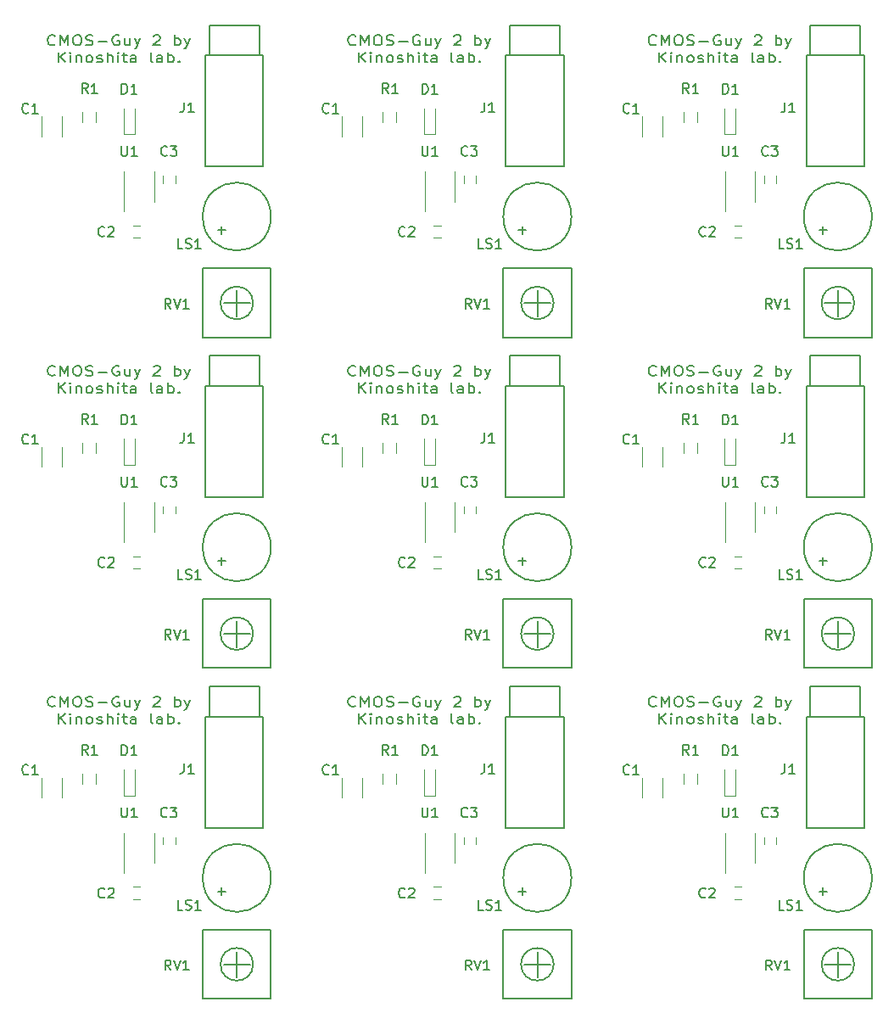
<source format=gto>
G04 #@! TF.GenerationSoftware,KiCad,Pcbnew,5.1.0*
G04 #@! TF.CreationDate,2019-04-07T17:06:29+09:00*
G04 #@! TF.ProjectId,noname,6e6f6e61-6d65-42e6-9b69-6361645f7063,rev?*
G04 #@! TF.SameCoordinates,Original*
G04 #@! TF.FileFunction,Legend,Top*
G04 #@! TF.FilePolarity,Positive*
%FSLAX46Y46*%
G04 Gerber Fmt 4.6, Leading zero omitted, Abs format (unit mm)*
G04 Created by KiCad (PCBNEW 5.1.0) date 2019-04-07 17:06:29*
%MOMM*%
%LPD*%
G04 APERTURE LIST*
%ADD10C,0.200000*%
%ADD11C,0.120000*%
%ADD12C,0.150000*%
G04 APERTURE END LIST*
D10*
X172957142Y-113157142D02*
X172899999Y-113204761D01*
X172728571Y-113252380D01*
X172614285Y-113252380D01*
X172442857Y-113204761D01*
X172328571Y-113109523D01*
X172271428Y-113014285D01*
X172214285Y-112823809D01*
X172214285Y-112680952D01*
X172271428Y-112490476D01*
X172328571Y-112395238D01*
X172442857Y-112300000D01*
X172614285Y-112252380D01*
X172728571Y-112252380D01*
X172899999Y-112300000D01*
X172957142Y-112347619D01*
X173471428Y-113252380D02*
X173471428Y-112252380D01*
X173871428Y-112966666D01*
X174271428Y-112252380D01*
X174271428Y-113252380D01*
X175071428Y-112252380D02*
X175299999Y-112252380D01*
X175414285Y-112300000D01*
X175528571Y-112395238D01*
X175585714Y-112585714D01*
X175585714Y-112919047D01*
X175528571Y-113109523D01*
X175414285Y-113204761D01*
X175299999Y-113252380D01*
X175071428Y-113252380D01*
X174957142Y-113204761D01*
X174842857Y-113109523D01*
X174785714Y-112919047D01*
X174785714Y-112585714D01*
X174842857Y-112395238D01*
X174957142Y-112300000D01*
X175071428Y-112252380D01*
X176042857Y-113204761D02*
X176214285Y-113252380D01*
X176499999Y-113252380D01*
X176614285Y-113204761D01*
X176671428Y-113157142D01*
X176728571Y-113061904D01*
X176728571Y-112966666D01*
X176671428Y-112871428D01*
X176614285Y-112823809D01*
X176499999Y-112776190D01*
X176271428Y-112728571D01*
X176157142Y-112680952D01*
X176099999Y-112633333D01*
X176042857Y-112538095D01*
X176042857Y-112442857D01*
X176099999Y-112347619D01*
X176157142Y-112300000D01*
X176271428Y-112252380D01*
X176557142Y-112252380D01*
X176728571Y-112300000D01*
X177242857Y-112871428D02*
X178157142Y-112871428D01*
X179357142Y-112300000D02*
X179242857Y-112252380D01*
X179071428Y-112252380D01*
X178899999Y-112300000D01*
X178785714Y-112395238D01*
X178728571Y-112490476D01*
X178671428Y-112680952D01*
X178671428Y-112823809D01*
X178728571Y-113014285D01*
X178785714Y-113109523D01*
X178899999Y-113204761D01*
X179071428Y-113252380D01*
X179185714Y-113252380D01*
X179357142Y-113204761D01*
X179414285Y-113157142D01*
X179414285Y-112823809D01*
X179185714Y-112823809D01*
X180442857Y-112585714D02*
X180442857Y-113252380D01*
X179928571Y-112585714D02*
X179928571Y-113109523D01*
X179985714Y-113204761D01*
X180099999Y-113252380D01*
X180271428Y-113252380D01*
X180385714Y-113204761D01*
X180442857Y-113157142D01*
X180899999Y-112585714D02*
X181185714Y-113252380D01*
X181471428Y-112585714D02*
X181185714Y-113252380D01*
X181071428Y-113490476D01*
X181014285Y-113538095D01*
X180899999Y-113585714D01*
X182785714Y-112347619D02*
X182842857Y-112300000D01*
X182957142Y-112252380D01*
X183242857Y-112252380D01*
X183357142Y-112300000D01*
X183414285Y-112347619D01*
X183471428Y-112442857D01*
X183471428Y-112538095D01*
X183414285Y-112680952D01*
X182728571Y-113252380D01*
X183471428Y-113252380D01*
X184899999Y-113252380D02*
X184899999Y-112252380D01*
X184899999Y-112633333D02*
X185014285Y-112585714D01*
X185242857Y-112585714D01*
X185357142Y-112633333D01*
X185414285Y-112680952D01*
X185471428Y-112776190D01*
X185471428Y-113061904D01*
X185414285Y-113157142D01*
X185357142Y-113204761D01*
X185242857Y-113252380D01*
X185014285Y-113252380D01*
X184899999Y-113204761D01*
X185871428Y-112585714D02*
X186157142Y-113252380D01*
X186442857Y-112585714D02*
X186157142Y-113252380D01*
X186042857Y-113490476D01*
X185985714Y-113538095D01*
X185871428Y-113585714D01*
X173271428Y-114952380D02*
X173271428Y-113952380D01*
X173957142Y-114952380D02*
X173442857Y-114380952D01*
X173957142Y-113952380D02*
X173271428Y-114523809D01*
X174471428Y-114952380D02*
X174471428Y-114285714D01*
X174471428Y-113952380D02*
X174414285Y-114000000D01*
X174471428Y-114047619D01*
X174528571Y-114000000D01*
X174471428Y-113952380D01*
X174471428Y-114047619D01*
X175042857Y-114285714D02*
X175042857Y-114952380D01*
X175042857Y-114380952D02*
X175100000Y-114333333D01*
X175214285Y-114285714D01*
X175385714Y-114285714D01*
X175500000Y-114333333D01*
X175557142Y-114428571D01*
X175557142Y-114952380D01*
X176300000Y-114952380D02*
X176185714Y-114904761D01*
X176128571Y-114857142D01*
X176071428Y-114761904D01*
X176071428Y-114476190D01*
X176128571Y-114380952D01*
X176185714Y-114333333D01*
X176300000Y-114285714D01*
X176471428Y-114285714D01*
X176585714Y-114333333D01*
X176642857Y-114380952D01*
X176700000Y-114476190D01*
X176700000Y-114761904D01*
X176642857Y-114857142D01*
X176585714Y-114904761D01*
X176471428Y-114952380D01*
X176300000Y-114952380D01*
X177157142Y-114904761D02*
X177271428Y-114952380D01*
X177500000Y-114952380D01*
X177614285Y-114904761D01*
X177671428Y-114809523D01*
X177671428Y-114761904D01*
X177614285Y-114666666D01*
X177500000Y-114619047D01*
X177328571Y-114619047D01*
X177214285Y-114571428D01*
X177157142Y-114476190D01*
X177157142Y-114428571D01*
X177214285Y-114333333D01*
X177328571Y-114285714D01*
X177500000Y-114285714D01*
X177614285Y-114333333D01*
X178185714Y-114952380D02*
X178185714Y-113952380D01*
X178700000Y-114952380D02*
X178700000Y-114428571D01*
X178642857Y-114333333D01*
X178528571Y-114285714D01*
X178357142Y-114285714D01*
X178242857Y-114333333D01*
X178185714Y-114380952D01*
X179271428Y-114952380D02*
X179271428Y-114285714D01*
X179271428Y-113952380D02*
X179214285Y-114000000D01*
X179271428Y-114047619D01*
X179328571Y-114000000D01*
X179271428Y-113952380D01*
X179271428Y-114047619D01*
X179671428Y-114285714D02*
X180128571Y-114285714D01*
X179842857Y-113952380D02*
X179842857Y-114809523D01*
X179900000Y-114904761D01*
X180014285Y-114952380D01*
X180128571Y-114952380D01*
X181042857Y-114952380D02*
X181042857Y-114428571D01*
X180985714Y-114333333D01*
X180871428Y-114285714D01*
X180642857Y-114285714D01*
X180528571Y-114333333D01*
X181042857Y-114904761D02*
X180928571Y-114952380D01*
X180642857Y-114952380D01*
X180528571Y-114904761D01*
X180471428Y-114809523D01*
X180471428Y-114714285D01*
X180528571Y-114619047D01*
X180642857Y-114571428D01*
X180928571Y-114571428D01*
X181042857Y-114523809D01*
X182700000Y-114952380D02*
X182585714Y-114904761D01*
X182528571Y-114809523D01*
X182528571Y-113952380D01*
X183671428Y-114952380D02*
X183671428Y-114428571D01*
X183614285Y-114333333D01*
X183500000Y-114285714D01*
X183271428Y-114285714D01*
X183157142Y-114333333D01*
X183671428Y-114904761D02*
X183557142Y-114952380D01*
X183271428Y-114952380D01*
X183157142Y-114904761D01*
X183100000Y-114809523D01*
X183100000Y-114714285D01*
X183157142Y-114619047D01*
X183271428Y-114571428D01*
X183557142Y-114571428D01*
X183671428Y-114523809D01*
X184242857Y-114952380D02*
X184242857Y-113952380D01*
X184242857Y-114333333D02*
X184357142Y-114285714D01*
X184585714Y-114285714D01*
X184700000Y-114333333D01*
X184757142Y-114380952D01*
X184814285Y-114476190D01*
X184814285Y-114761904D01*
X184757142Y-114857142D01*
X184700000Y-114904761D01*
X184585714Y-114952380D01*
X184357142Y-114952380D01*
X184242857Y-114904761D01*
X185328571Y-114857142D02*
X185385714Y-114904761D01*
X185328571Y-114952380D01*
X185271428Y-114904761D01*
X185328571Y-114857142D01*
X185328571Y-114952380D01*
X142957142Y-113157142D02*
X142899999Y-113204761D01*
X142728571Y-113252380D01*
X142614285Y-113252380D01*
X142442857Y-113204761D01*
X142328571Y-113109523D01*
X142271428Y-113014285D01*
X142214285Y-112823809D01*
X142214285Y-112680952D01*
X142271428Y-112490476D01*
X142328571Y-112395238D01*
X142442857Y-112300000D01*
X142614285Y-112252380D01*
X142728571Y-112252380D01*
X142899999Y-112300000D01*
X142957142Y-112347619D01*
X143471428Y-113252380D02*
X143471428Y-112252380D01*
X143871428Y-112966666D01*
X144271428Y-112252380D01*
X144271428Y-113252380D01*
X145071428Y-112252380D02*
X145299999Y-112252380D01*
X145414285Y-112300000D01*
X145528571Y-112395238D01*
X145585714Y-112585714D01*
X145585714Y-112919047D01*
X145528571Y-113109523D01*
X145414285Y-113204761D01*
X145299999Y-113252380D01*
X145071428Y-113252380D01*
X144957142Y-113204761D01*
X144842857Y-113109523D01*
X144785714Y-112919047D01*
X144785714Y-112585714D01*
X144842857Y-112395238D01*
X144957142Y-112300000D01*
X145071428Y-112252380D01*
X146042857Y-113204761D02*
X146214285Y-113252380D01*
X146499999Y-113252380D01*
X146614285Y-113204761D01*
X146671428Y-113157142D01*
X146728571Y-113061904D01*
X146728571Y-112966666D01*
X146671428Y-112871428D01*
X146614285Y-112823809D01*
X146499999Y-112776190D01*
X146271428Y-112728571D01*
X146157142Y-112680952D01*
X146099999Y-112633333D01*
X146042857Y-112538095D01*
X146042857Y-112442857D01*
X146099999Y-112347619D01*
X146157142Y-112300000D01*
X146271428Y-112252380D01*
X146557142Y-112252380D01*
X146728571Y-112300000D01*
X147242857Y-112871428D02*
X148157142Y-112871428D01*
X149357142Y-112300000D02*
X149242857Y-112252380D01*
X149071428Y-112252380D01*
X148899999Y-112300000D01*
X148785714Y-112395238D01*
X148728571Y-112490476D01*
X148671428Y-112680952D01*
X148671428Y-112823809D01*
X148728571Y-113014285D01*
X148785714Y-113109523D01*
X148899999Y-113204761D01*
X149071428Y-113252380D01*
X149185714Y-113252380D01*
X149357142Y-113204761D01*
X149414285Y-113157142D01*
X149414285Y-112823809D01*
X149185714Y-112823809D01*
X150442857Y-112585714D02*
X150442857Y-113252380D01*
X149928571Y-112585714D02*
X149928571Y-113109523D01*
X149985714Y-113204761D01*
X150099999Y-113252380D01*
X150271428Y-113252380D01*
X150385714Y-113204761D01*
X150442857Y-113157142D01*
X150899999Y-112585714D02*
X151185714Y-113252380D01*
X151471428Y-112585714D02*
X151185714Y-113252380D01*
X151071428Y-113490476D01*
X151014285Y-113538095D01*
X150899999Y-113585714D01*
X152785714Y-112347619D02*
X152842857Y-112300000D01*
X152957142Y-112252380D01*
X153242857Y-112252380D01*
X153357142Y-112300000D01*
X153414285Y-112347619D01*
X153471428Y-112442857D01*
X153471428Y-112538095D01*
X153414285Y-112680952D01*
X152728571Y-113252380D01*
X153471428Y-113252380D01*
X154899999Y-113252380D02*
X154899999Y-112252380D01*
X154899999Y-112633333D02*
X155014285Y-112585714D01*
X155242857Y-112585714D01*
X155357142Y-112633333D01*
X155414285Y-112680952D01*
X155471428Y-112776190D01*
X155471428Y-113061904D01*
X155414285Y-113157142D01*
X155357142Y-113204761D01*
X155242857Y-113252380D01*
X155014285Y-113252380D01*
X154899999Y-113204761D01*
X155871428Y-112585714D02*
X156157142Y-113252380D01*
X156442857Y-112585714D02*
X156157142Y-113252380D01*
X156042857Y-113490476D01*
X155985714Y-113538095D01*
X155871428Y-113585714D01*
X143271428Y-114952380D02*
X143271428Y-113952380D01*
X143957142Y-114952380D02*
X143442857Y-114380952D01*
X143957142Y-113952380D02*
X143271428Y-114523809D01*
X144471428Y-114952380D02*
X144471428Y-114285714D01*
X144471428Y-113952380D02*
X144414285Y-114000000D01*
X144471428Y-114047619D01*
X144528571Y-114000000D01*
X144471428Y-113952380D01*
X144471428Y-114047619D01*
X145042857Y-114285714D02*
X145042857Y-114952380D01*
X145042857Y-114380952D02*
X145100000Y-114333333D01*
X145214285Y-114285714D01*
X145385714Y-114285714D01*
X145500000Y-114333333D01*
X145557142Y-114428571D01*
X145557142Y-114952380D01*
X146300000Y-114952380D02*
X146185714Y-114904761D01*
X146128571Y-114857142D01*
X146071428Y-114761904D01*
X146071428Y-114476190D01*
X146128571Y-114380952D01*
X146185714Y-114333333D01*
X146300000Y-114285714D01*
X146471428Y-114285714D01*
X146585714Y-114333333D01*
X146642857Y-114380952D01*
X146700000Y-114476190D01*
X146700000Y-114761904D01*
X146642857Y-114857142D01*
X146585714Y-114904761D01*
X146471428Y-114952380D01*
X146300000Y-114952380D01*
X147157142Y-114904761D02*
X147271428Y-114952380D01*
X147500000Y-114952380D01*
X147614285Y-114904761D01*
X147671428Y-114809523D01*
X147671428Y-114761904D01*
X147614285Y-114666666D01*
X147500000Y-114619047D01*
X147328571Y-114619047D01*
X147214285Y-114571428D01*
X147157142Y-114476190D01*
X147157142Y-114428571D01*
X147214285Y-114333333D01*
X147328571Y-114285714D01*
X147500000Y-114285714D01*
X147614285Y-114333333D01*
X148185714Y-114952380D02*
X148185714Y-113952380D01*
X148700000Y-114952380D02*
X148700000Y-114428571D01*
X148642857Y-114333333D01*
X148528571Y-114285714D01*
X148357142Y-114285714D01*
X148242857Y-114333333D01*
X148185714Y-114380952D01*
X149271428Y-114952380D02*
X149271428Y-114285714D01*
X149271428Y-113952380D02*
X149214285Y-114000000D01*
X149271428Y-114047619D01*
X149328571Y-114000000D01*
X149271428Y-113952380D01*
X149271428Y-114047619D01*
X149671428Y-114285714D02*
X150128571Y-114285714D01*
X149842857Y-113952380D02*
X149842857Y-114809523D01*
X149900000Y-114904761D01*
X150014285Y-114952380D01*
X150128571Y-114952380D01*
X151042857Y-114952380D02*
X151042857Y-114428571D01*
X150985714Y-114333333D01*
X150871428Y-114285714D01*
X150642857Y-114285714D01*
X150528571Y-114333333D01*
X151042857Y-114904761D02*
X150928571Y-114952380D01*
X150642857Y-114952380D01*
X150528571Y-114904761D01*
X150471428Y-114809523D01*
X150471428Y-114714285D01*
X150528571Y-114619047D01*
X150642857Y-114571428D01*
X150928571Y-114571428D01*
X151042857Y-114523809D01*
X152700000Y-114952380D02*
X152585714Y-114904761D01*
X152528571Y-114809523D01*
X152528571Y-113952380D01*
X153671428Y-114952380D02*
X153671428Y-114428571D01*
X153614285Y-114333333D01*
X153500000Y-114285714D01*
X153271428Y-114285714D01*
X153157142Y-114333333D01*
X153671428Y-114904761D02*
X153557142Y-114952380D01*
X153271428Y-114952380D01*
X153157142Y-114904761D01*
X153100000Y-114809523D01*
X153100000Y-114714285D01*
X153157142Y-114619047D01*
X153271428Y-114571428D01*
X153557142Y-114571428D01*
X153671428Y-114523809D01*
X154242857Y-114952380D02*
X154242857Y-113952380D01*
X154242857Y-114333333D02*
X154357142Y-114285714D01*
X154585714Y-114285714D01*
X154700000Y-114333333D01*
X154757142Y-114380952D01*
X154814285Y-114476190D01*
X154814285Y-114761904D01*
X154757142Y-114857142D01*
X154700000Y-114904761D01*
X154585714Y-114952380D01*
X154357142Y-114952380D01*
X154242857Y-114904761D01*
X155328571Y-114857142D02*
X155385714Y-114904761D01*
X155328571Y-114952380D01*
X155271428Y-114904761D01*
X155328571Y-114857142D01*
X155328571Y-114952380D01*
X112957142Y-113157142D02*
X112900000Y-113204761D01*
X112728571Y-113252380D01*
X112614285Y-113252380D01*
X112442857Y-113204761D01*
X112328571Y-113109523D01*
X112271428Y-113014285D01*
X112214285Y-112823809D01*
X112214285Y-112680952D01*
X112271428Y-112490476D01*
X112328571Y-112395238D01*
X112442857Y-112300000D01*
X112614285Y-112252380D01*
X112728571Y-112252380D01*
X112900000Y-112300000D01*
X112957142Y-112347619D01*
X113471428Y-113252380D02*
X113471428Y-112252380D01*
X113871428Y-112966666D01*
X114271428Y-112252380D01*
X114271428Y-113252380D01*
X115071428Y-112252380D02*
X115300000Y-112252380D01*
X115414285Y-112300000D01*
X115528571Y-112395238D01*
X115585714Y-112585714D01*
X115585714Y-112919047D01*
X115528571Y-113109523D01*
X115414285Y-113204761D01*
X115300000Y-113252380D01*
X115071428Y-113252380D01*
X114957142Y-113204761D01*
X114842857Y-113109523D01*
X114785714Y-112919047D01*
X114785714Y-112585714D01*
X114842857Y-112395238D01*
X114957142Y-112300000D01*
X115071428Y-112252380D01*
X116042857Y-113204761D02*
X116214285Y-113252380D01*
X116500000Y-113252380D01*
X116614285Y-113204761D01*
X116671428Y-113157142D01*
X116728571Y-113061904D01*
X116728571Y-112966666D01*
X116671428Y-112871428D01*
X116614285Y-112823809D01*
X116500000Y-112776190D01*
X116271428Y-112728571D01*
X116157142Y-112680952D01*
X116100000Y-112633333D01*
X116042857Y-112538095D01*
X116042857Y-112442857D01*
X116100000Y-112347619D01*
X116157142Y-112300000D01*
X116271428Y-112252380D01*
X116557142Y-112252380D01*
X116728571Y-112300000D01*
X117242857Y-112871428D02*
X118157142Y-112871428D01*
X119357142Y-112300000D02*
X119242857Y-112252380D01*
X119071428Y-112252380D01*
X118900000Y-112300000D01*
X118785714Y-112395238D01*
X118728571Y-112490476D01*
X118671428Y-112680952D01*
X118671428Y-112823809D01*
X118728571Y-113014285D01*
X118785714Y-113109523D01*
X118900000Y-113204761D01*
X119071428Y-113252380D01*
X119185714Y-113252380D01*
X119357142Y-113204761D01*
X119414285Y-113157142D01*
X119414285Y-112823809D01*
X119185714Y-112823809D01*
X120442857Y-112585714D02*
X120442857Y-113252380D01*
X119928571Y-112585714D02*
X119928571Y-113109523D01*
X119985714Y-113204761D01*
X120100000Y-113252380D01*
X120271428Y-113252380D01*
X120385714Y-113204761D01*
X120442857Y-113157142D01*
X120900000Y-112585714D02*
X121185714Y-113252380D01*
X121471428Y-112585714D02*
X121185714Y-113252380D01*
X121071428Y-113490476D01*
X121014285Y-113538095D01*
X120900000Y-113585714D01*
X122785714Y-112347619D02*
X122842857Y-112300000D01*
X122957142Y-112252380D01*
X123242857Y-112252380D01*
X123357142Y-112300000D01*
X123414285Y-112347619D01*
X123471428Y-112442857D01*
X123471428Y-112538095D01*
X123414285Y-112680952D01*
X122728571Y-113252380D01*
X123471428Y-113252380D01*
X124900000Y-113252380D02*
X124900000Y-112252380D01*
X124900000Y-112633333D02*
X125014285Y-112585714D01*
X125242857Y-112585714D01*
X125357142Y-112633333D01*
X125414285Y-112680952D01*
X125471428Y-112776190D01*
X125471428Y-113061904D01*
X125414285Y-113157142D01*
X125357142Y-113204761D01*
X125242857Y-113252380D01*
X125014285Y-113252380D01*
X124900000Y-113204761D01*
X125871428Y-112585714D02*
X126157142Y-113252380D01*
X126442857Y-112585714D02*
X126157142Y-113252380D01*
X126042857Y-113490476D01*
X125985714Y-113538095D01*
X125871428Y-113585714D01*
X113271428Y-114952380D02*
X113271428Y-113952380D01*
X113957142Y-114952380D02*
X113442857Y-114380952D01*
X113957142Y-113952380D02*
X113271428Y-114523809D01*
X114471428Y-114952380D02*
X114471428Y-114285714D01*
X114471428Y-113952380D02*
X114414285Y-114000000D01*
X114471428Y-114047619D01*
X114528571Y-114000000D01*
X114471428Y-113952380D01*
X114471428Y-114047619D01*
X115042857Y-114285714D02*
X115042857Y-114952380D01*
X115042857Y-114380952D02*
X115100000Y-114333333D01*
X115214285Y-114285714D01*
X115385714Y-114285714D01*
X115500000Y-114333333D01*
X115557142Y-114428571D01*
X115557142Y-114952380D01*
X116300000Y-114952380D02*
X116185714Y-114904761D01*
X116128571Y-114857142D01*
X116071428Y-114761904D01*
X116071428Y-114476190D01*
X116128571Y-114380952D01*
X116185714Y-114333333D01*
X116300000Y-114285714D01*
X116471428Y-114285714D01*
X116585714Y-114333333D01*
X116642857Y-114380952D01*
X116700000Y-114476190D01*
X116700000Y-114761904D01*
X116642857Y-114857142D01*
X116585714Y-114904761D01*
X116471428Y-114952380D01*
X116300000Y-114952380D01*
X117157142Y-114904761D02*
X117271428Y-114952380D01*
X117500000Y-114952380D01*
X117614285Y-114904761D01*
X117671428Y-114809523D01*
X117671428Y-114761904D01*
X117614285Y-114666666D01*
X117500000Y-114619047D01*
X117328571Y-114619047D01*
X117214285Y-114571428D01*
X117157142Y-114476190D01*
X117157142Y-114428571D01*
X117214285Y-114333333D01*
X117328571Y-114285714D01*
X117500000Y-114285714D01*
X117614285Y-114333333D01*
X118185714Y-114952380D02*
X118185714Y-113952380D01*
X118700000Y-114952380D02*
X118700000Y-114428571D01*
X118642857Y-114333333D01*
X118528571Y-114285714D01*
X118357142Y-114285714D01*
X118242857Y-114333333D01*
X118185714Y-114380952D01*
X119271428Y-114952380D02*
X119271428Y-114285714D01*
X119271428Y-113952380D02*
X119214285Y-114000000D01*
X119271428Y-114047619D01*
X119328571Y-114000000D01*
X119271428Y-113952380D01*
X119271428Y-114047619D01*
X119671428Y-114285714D02*
X120128571Y-114285714D01*
X119842857Y-113952380D02*
X119842857Y-114809523D01*
X119900000Y-114904761D01*
X120014285Y-114952380D01*
X120128571Y-114952380D01*
X121042857Y-114952380D02*
X121042857Y-114428571D01*
X120985714Y-114333333D01*
X120871428Y-114285714D01*
X120642857Y-114285714D01*
X120528571Y-114333333D01*
X121042857Y-114904761D02*
X120928571Y-114952380D01*
X120642857Y-114952380D01*
X120528571Y-114904761D01*
X120471428Y-114809523D01*
X120471428Y-114714285D01*
X120528571Y-114619047D01*
X120642857Y-114571428D01*
X120928571Y-114571428D01*
X121042857Y-114523809D01*
X122700000Y-114952380D02*
X122585714Y-114904761D01*
X122528571Y-114809523D01*
X122528571Y-113952380D01*
X123671428Y-114952380D02*
X123671428Y-114428571D01*
X123614285Y-114333333D01*
X123500000Y-114285714D01*
X123271428Y-114285714D01*
X123157142Y-114333333D01*
X123671428Y-114904761D02*
X123557142Y-114952380D01*
X123271428Y-114952380D01*
X123157142Y-114904761D01*
X123100000Y-114809523D01*
X123100000Y-114714285D01*
X123157142Y-114619047D01*
X123271428Y-114571428D01*
X123557142Y-114571428D01*
X123671428Y-114523809D01*
X124242857Y-114952380D02*
X124242857Y-113952380D01*
X124242857Y-114333333D02*
X124357142Y-114285714D01*
X124585714Y-114285714D01*
X124700000Y-114333333D01*
X124757142Y-114380952D01*
X124814285Y-114476190D01*
X124814285Y-114761904D01*
X124757142Y-114857142D01*
X124700000Y-114904761D01*
X124585714Y-114952380D01*
X124357142Y-114952380D01*
X124242857Y-114904761D01*
X125328571Y-114857142D02*
X125385714Y-114904761D01*
X125328571Y-114952380D01*
X125271428Y-114904761D01*
X125328571Y-114857142D01*
X125328571Y-114952380D01*
X172957142Y-80157142D02*
X172899999Y-80204761D01*
X172728571Y-80252380D01*
X172614285Y-80252380D01*
X172442857Y-80204761D01*
X172328571Y-80109523D01*
X172271428Y-80014285D01*
X172214285Y-79823809D01*
X172214285Y-79680952D01*
X172271428Y-79490476D01*
X172328571Y-79395238D01*
X172442857Y-79300000D01*
X172614285Y-79252380D01*
X172728571Y-79252380D01*
X172899999Y-79300000D01*
X172957142Y-79347619D01*
X173471428Y-80252380D02*
X173471428Y-79252380D01*
X173871428Y-79966666D01*
X174271428Y-79252380D01*
X174271428Y-80252380D01*
X175071428Y-79252380D02*
X175299999Y-79252380D01*
X175414285Y-79300000D01*
X175528571Y-79395238D01*
X175585714Y-79585714D01*
X175585714Y-79919047D01*
X175528571Y-80109523D01*
X175414285Y-80204761D01*
X175299999Y-80252380D01*
X175071428Y-80252380D01*
X174957142Y-80204761D01*
X174842857Y-80109523D01*
X174785714Y-79919047D01*
X174785714Y-79585714D01*
X174842857Y-79395238D01*
X174957142Y-79300000D01*
X175071428Y-79252380D01*
X176042857Y-80204761D02*
X176214285Y-80252380D01*
X176499999Y-80252380D01*
X176614285Y-80204761D01*
X176671428Y-80157142D01*
X176728571Y-80061904D01*
X176728571Y-79966666D01*
X176671428Y-79871428D01*
X176614285Y-79823809D01*
X176499999Y-79776190D01*
X176271428Y-79728571D01*
X176157142Y-79680952D01*
X176099999Y-79633333D01*
X176042857Y-79538095D01*
X176042857Y-79442857D01*
X176099999Y-79347619D01*
X176157142Y-79300000D01*
X176271428Y-79252380D01*
X176557142Y-79252380D01*
X176728571Y-79300000D01*
X177242857Y-79871428D02*
X178157142Y-79871428D01*
X179357142Y-79300000D02*
X179242857Y-79252380D01*
X179071428Y-79252380D01*
X178899999Y-79300000D01*
X178785714Y-79395238D01*
X178728571Y-79490476D01*
X178671428Y-79680952D01*
X178671428Y-79823809D01*
X178728571Y-80014285D01*
X178785714Y-80109523D01*
X178899999Y-80204761D01*
X179071428Y-80252380D01*
X179185714Y-80252380D01*
X179357142Y-80204761D01*
X179414285Y-80157142D01*
X179414285Y-79823809D01*
X179185714Y-79823809D01*
X180442857Y-79585714D02*
X180442857Y-80252380D01*
X179928571Y-79585714D02*
X179928571Y-80109523D01*
X179985714Y-80204761D01*
X180099999Y-80252380D01*
X180271428Y-80252380D01*
X180385714Y-80204761D01*
X180442857Y-80157142D01*
X180899999Y-79585714D02*
X181185714Y-80252380D01*
X181471428Y-79585714D02*
X181185714Y-80252380D01*
X181071428Y-80490476D01*
X181014285Y-80538095D01*
X180899999Y-80585714D01*
X182785714Y-79347619D02*
X182842857Y-79300000D01*
X182957142Y-79252380D01*
X183242857Y-79252380D01*
X183357142Y-79300000D01*
X183414285Y-79347619D01*
X183471428Y-79442857D01*
X183471428Y-79538095D01*
X183414285Y-79680952D01*
X182728571Y-80252380D01*
X183471428Y-80252380D01*
X184899999Y-80252380D02*
X184899999Y-79252380D01*
X184899999Y-79633333D02*
X185014285Y-79585714D01*
X185242857Y-79585714D01*
X185357142Y-79633333D01*
X185414285Y-79680952D01*
X185471428Y-79776190D01*
X185471428Y-80061904D01*
X185414285Y-80157142D01*
X185357142Y-80204761D01*
X185242857Y-80252380D01*
X185014285Y-80252380D01*
X184899999Y-80204761D01*
X185871428Y-79585714D02*
X186157142Y-80252380D01*
X186442857Y-79585714D02*
X186157142Y-80252380D01*
X186042857Y-80490476D01*
X185985714Y-80538095D01*
X185871428Y-80585714D01*
X173271428Y-81952380D02*
X173271428Y-80952380D01*
X173957142Y-81952380D02*
X173442857Y-81380952D01*
X173957142Y-80952380D02*
X173271428Y-81523809D01*
X174471428Y-81952380D02*
X174471428Y-81285714D01*
X174471428Y-80952380D02*
X174414285Y-81000000D01*
X174471428Y-81047619D01*
X174528571Y-81000000D01*
X174471428Y-80952380D01*
X174471428Y-81047619D01*
X175042857Y-81285714D02*
X175042857Y-81952380D01*
X175042857Y-81380952D02*
X175100000Y-81333333D01*
X175214285Y-81285714D01*
X175385714Y-81285714D01*
X175500000Y-81333333D01*
X175557142Y-81428571D01*
X175557142Y-81952380D01*
X176300000Y-81952380D02*
X176185714Y-81904761D01*
X176128571Y-81857142D01*
X176071428Y-81761904D01*
X176071428Y-81476190D01*
X176128571Y-81380952D01*
X176185714Y-81333333D01*
X176300000Y-81285714D01*
X176471428Y-81285714D01*
X176585714Y-81333333D01*
X176642857Y-81380952D01*
X176700000Y-81476190D01*
X176700000Y-81761904D01*
X176642857Y-81857142D01*
X176585714Y-81904761D01*
X176471428Y-81952380D01*
X176300000Y-81952380D01*
X177157142Y-81904761D02*
X177271428Y-81952380D01*
X177500000Y-81952380D01*
X177614285Y-81904761D01*
X177671428Y-81809523D01*
X177671428Y-81761904D01*
X177614285Y-81666666D01*
X177500000Y-81619047D01*
X177328571Y-81619047D01*
X177214285Y-81571428D01*
X177157142Y-81476190D01*
X177157142Y-81428571D01*
X177214285Y-81333333D01*
X177328571Y-81285714D01*
X177500000Y-81285714D01*
X177614285Y-81333333D01*
X178185714Y-81952380D02*
X178185714Y-80952380D01*
X178700000Y-81952380D02*
X178700000Y-81428571D01*
X178642857Y-81333333D01*
X178528571Y-81285714D01*
X178357142Y-81285714D01*
X178242857Y-81333333D01*
X178185714Y-81380952D01*
X179271428Y-81952380D02*
X179271428Y-81285714D01*
X179271428Y-80952380D02*
X179214285Y-81000000D01*
X179271428Y-81047619D01*
X179328571Y-81000000D01*
X179271428Y-80952380D01*
X179271428Y-81047619D01*
X179671428Y-81285714D02*
X180128571Y-81285714D01*
X179842857Y-80952380D02*
X179842857Y-81809523D01*
X179900000Y-81904761D01*
X180014285Y-81952380D01*
X180128571Y-81952380D01*
X181042857Y-81952380D02*
X181042857Y-81428571D01*
X180985714Y-81333333D01*
X180871428Y-81285714D01*
X180642857Y-81285714D01*
X180528571Y-81333333D01*
X181042857Y-81904761D02*
X180928571Y-81952380D01*
X180642857Y-81952380D01*
X180528571Y-81904761D01*
X180471428Y-81809523D01*
X180471428Y-81714285D01*
X180528571Y-81619047D01*
X180642857Y-81571428D01*
X180928571Y-81571428D01*
X181042857Y-81523809D01*
X182700000Y-81952380D02*
X182585714Y-81904761D01*
X182528571Y-81809523D01*
X182528571Y-80952380D01*
X183671428Y-81952380D02*
X183671428Y-81428571D01*
X183614285Y-81333333D01*
X183500000Y-81285714D01*
X183271428Y-81285714D01*
X183157142Y-81333333D01*
X183671428Y-81904761D02*
X183557142Y-81952380D01*
X183271428Y-81952380D01*
X183157142Y-81904761D01*
X183100000Y-81809523D01*
X183100000Y-81714285D01*
X183157142Y-81619047D01*
X183271428Y-81571428D01*
X183557142Y-81571428D01*
X183671428Y-81523809D01*
X184242857Y-81952380D02*
X184242857Y-80952380D01*
X184242857Y-81333333D02*
X184357142Y-81285714D01*
X184585714Y-81285714D01*
X184700000Y-81333333D01*
X184757142Y-81380952D01*
X184814285Y-81476190D01*
X184814285Y-81761904D01*
X184757142Y-81857142D01*
X184700000Y-81904761D01*
X184585714Y-81952380D01*
X184357142Y-81952380D01*
X184242857Y-81904761D01*
X185328571Y-81857142D02*
X185385714Y-81904761D01*
X185328571Y-81952380D01*
X185271428Y-81904761D01*
X185328571Y-81857142D01*
X185328571Y-81952380D01*
X142957142Y-80157142D02*
X142899999Y-80204761D01*
X142728571Y-80252380D01*
X142614285Y-80252380D01*
X142442857Y-80204761D01*
X142328571Y-80109523D01*
X142271428Y-80014285D01*
X142214285Y-79823809D01*
X142214285Y-79680952D01*
X142271428Y-79490476D01*
X142328571Y-79395238D01*
X142442857Y-79300000D01*
X142614285Y-79252380D01*
X142728571Y-79252380D01*
X142899999Y-79300000D01*
X142957142Y-79347619D01*
X143471428Y-80252380D02*
X143471428Y-79252380D01*
X143871428Y-79966666D01*
X144271428Y-79252380D01*
X144271428Y-80252380D01*
X145071428Y-79252380D02*
X145299999Y-79252380D01*
X145414285Y-79300000D01*
X145528571Y-79395238D01*
X145585714Y-79585714D01*
X145585714Y-79919047D01*
X145528571Y-80109523D01*
X145414285Y-80204761D01*
X145299999Y-80252380D01*
X145071428Y-80252380D01*
X144957142Y-80204761D01*
X144842857Y-80109523D01*
X144785714Y-79919047D01*
X144785714Y-79585714D01*
X144842857Y-79395238D01*
X144957142Y-79300000D01*
X145071428Y-79252380D01*
X146042857Y-80204761D02*
X146214285Y-80252380D01*
X146499999Y-80252380D01*
X146614285Y-80204761D01*
X146671428Y-80157142D01*
X146728571Y-80061904D01*
X146728571Y-79966666D01*
X146671428Y-79871428D01*
X146614285Y-79823809D01*
X146499999Y-79776190D01*
X146271428Y-79728571D01*
X146157142Y-79680952D01*
X146099999Y-79633333D01*
X146042857Y-79538095D01*
X146042857Y-79442857D01*
X146099999Y-79347619D01*
X146157142Y-79300000D01*
X146271428Y-79252380D01*
X146557142Y-79252380D01*
X146728571Y-79300000D01*
X147242857Y-79871428D02*
X148157142Y-79871428D01*
X149357142Y-79300000D02*
X149242857Y-79252380D01*
X149071428Y-79252380D01*
X148899999Y-79300000D01*
X148785714Y-79395238D01*
X148728571Y-79490476D01*
X148671428Y-79680952D01*
X148671428Y-79823809D01*
X148728571Y-80014285D01*
X148785714Y-80109523D01*
X148899999Y-80204761D01*
X149071428Y-80252380D01*
X149185714Y-80252380D01*
X149357142Y-80204761D01*
X149414285Y-80157142D01*
X149414285Y-79823809D01*
X149185714Y-79823809D01*
X150442857Y-79585714D02*
X150442857Y-80252380D01*
X149928571Y-79585714D02*
X149928571Y-80109523D01*
X149985714Y-80204761D01*
X150099999Y-80252380D01*
X150271428Y-80252380D01*
X150385714Y-80204761D01*
X150442857Y-80157142D01*
X150899999Y-79585714D02*
X151185714Y-80252380D01*
X151471428Y-79585714D02*
X151185714Y-80252380D01*
X151071428Y-80490476D01*
X151014285Y-80538095D01*
X150899999Y-80585714D01*
X152785714Y-79347619D02*
X152842857Y-79300000D01*
X152957142Y-79252380D01*
X153242857Y-79252380D01*
X153357142Y-79300000D01*
X153414285Y-79347619D01*
X153471428Y-79442857D01*
X153471428Y-79538095D01*
X153414285Y-79680952D01*
X152728571Y-80252380D01*
X153471428Y-80252380D01*
X154899999Y-80252380D02*
X154899999Y-79252380D01*
X154899999Y-79633333D02*
X155014285Y-79585714D01*
X155242857Y-79585714D01*
X155357142Y-79633333D01*
X155414285Y-79680952D01*
X155471428Y-79776190D01*
X155471428Y-80061904D01*
X155414285Y-80157142D01*
X155357142Y-80204761D01*
X155242857Y-80252380D01*
X155014285Y-80252380D01*
X154899999Y-80204761D01*
X155871428Y-79585714D02*
X156157142Y-80252380D01*
X156442857Y-79585714D02*
X156157142Y-80252380D01*
X156042857Y-80490476D01*
X155985714Y-80538095D01*
X155871428Y-80585714D01*
X143271428Y-81952380D02*
X143271428Y-80952380D01*
X143957142Y-81952380D02*
X143442857Y-81380952D01*
X143957142Y-80952380D02*
X143271428Y-81523809D01*
X144471428Y-81952380D02*
X144471428Y-81285714D01*
X144471428Y-80952380D02*
X144414285Y-81000000D01*
X144471428Y-81047619D01*
X144528571Y-81000000D01*
X144471428Y-80952380D01*
X144471428Y-81047619D01*
X145042857Y-81285714D02*
X145042857Y-81952380D01*
X145042857Y-81380952D02*
X145100000Y-81333333D01*
X145214285Y-81285714D01*
X145385714Y-81285714D01*
X145500000Y-81333333D01*
X145557142Y-81428571D01*
X145557142Y-81952380D01*
X146300000Y-81952380D02*
X146185714Y-81904761D01*
X146128571Y-81857142D01*
X146071428Y-81761904D01*
X146071428Y-81476190D01*
X146128571Y-81380952D01*
X146185714Y-81333333D01*
X146300000Y-81285714D01*
X146471428Y-81285714D01*
X146585714Y-81333333D01*
X146642857Y-81380952D01*
X146700000Y-81476190D01*
X146700000Y-81761904D01*
X146642857Y-81857142D01*
X146585714Y-81904761D01*
X146471428Y-81952380D01*
X146300000Y-81952380D01*
X147157142Y-81904761D02*
X147271428Y-81952380D01*
X147500000Y-81952380D01*
X147614285Y-81904761D01*
X147671428Y-81809523D01*
X147671428Y-81761904D01*
X147614285Y-81666666D01*
X147500000Y-81619047D01*
X147328571Y-81619047D01*
X147214285Y-81571428D01*
X147157142Y-81476190D01*
X147157142Y-81428571D01*
X147214285Y-81333333D01*
X147328571Y-81285714D01*
X147500000Y-81285714D01*
X147614285Y-81333333D01*
X148185714Y-81952380D02*
X148185714Y-80952380D01*
X148700000Y-81952380D02*
X148700000Y-81428571D01*
X148642857Y-81333333D01*
X148528571Y-81285714D01*
X148357142Y-81285714D01*
X148242857Y-81333333D01*
X148185714Y-81380952D01*
X149271428Y-81952380D02*
X149271428Y-81285714D01*
X149271428Y-80952380D02*
X149214285Y-81000000D01*
X149271428Y-81047619D01*
X149328571Y-81000000D01*
X149271428Y-80952380D01*
X149271428Y-81047619D01*
X149671428Y-81285714D02*
X150128571Y-81285714D01*
X149842857Y-80952380D02*
X149842857Y-81809523D01*
X149900000Y-81904761D01*
X150014285Y-81952380D01*
X150128571Y-81952380D01*
X151042857Y-81952380D02*
X151042857Y-81428571D01*
X150985714Y-81333333D01*
X150871428Y-81285714D01*
X150642857Y-81285714D01*
X150528571Y-81333333D01*
X151042857Y-81904761D02*
X150928571Y-81952380D01*
X150642857Y-81952380D01*
X150528571Y-81904761D01*
X150471428Y-81809523D01*
X150471428Y-81714285D01*
X150528571Y-81619047D01*
X150642857Y-81571428D01*
X150928571Y-81571428D01*
X151042857Y-81523809D01*
X152700000Y-81952380D02*
X152585714Y-81904761D01*
X152528571Y-81809523D01*
X152528571Y-80952380D01*
X153671428Y-81952380D02*
X153671428Y-81428571D01*
X153614285Y-81333333D01*
X153500000Y-81285714D01*
X153271428Y-81285714D01*
X153157142Y-81333333D01*
X153671428Y-81904761D02*
X153557142Y-81952380D01*
X153271428Y-81952380D01*
X153157142Y-81904761D01*
X153100000Y-81809523D01*
X153100000Y-81714285D01*
X153157142Y-81619047D01*
X153271428Y-81571428D01*
X153557142Y-81571428D01*
X153671428Y-81523809D01*
X154242857Y-81952380D02*
X154242857Y-80952380D01*
X154242857Y-81333333D02*
X154357142Y-81285714D01*
X154585714Y-81285714D01*
X154700000Y-81333333D01*
X154757142Y-81380952D01*
X154814285Y-81476190D01*
X154814285Y-81761904D01*
X154757142Y-81857142D01*
X154700000Y-81904761D01*
X154585714Y-81952380D01*
X154357142Y-81952380D01*
X154242857Y-81904761D01*
X155328571Y-81857142D02*
X155385714Y-81904761D01*
X155328571Y-81952380D01*
X155271428Y-81904761D01*
X155328571Y-81857142D01*
X155328571Y-81952380D01*
X112957142Y-80157142D02*
X112900000Y-80204761D01*
X112728571Y-80252380D01*
X112614285Y-80252380D01*
X112442857Y-80204761D01*
X112328571Y-80109523D01*
X112271428Y-80014285D01*
X112214285Y-79823809D01*
X112214285Y-79680952D01*
X112271428Y-79490476D01*
X112328571Y-79395238D01*
X112442857Y-79300000D01*
X112614285Y-79252380D01*
X112728571Y-79252380D01*
X112900000Y-79300000D01*
X112957142Y-79347619D01*
X113471428Y-80252380D02*
X113471428Y-79252380D01*
X113871428Y-79966666D01*
X114271428Y-79252380D01*
X114271428Y-80252380D01*
X115071428Y-79252380D02*
X115300000Y-79252380D01*
X115414285Y-79300000D01*
X115528571Y-79395238D01*
X115585714Y-79585714D01*
X115585714Y-79919047D01*
X115528571Y-80109523D01*
X115414285Y-80204761D01*
X115300000Y-80252380D01*
X115071428Y-80252380D01*
X114957142Y-80204761D01*
X114842857Y-80109523D01*
X114785714Y-79919047D01*
X114785714Y-79585714D01*
X114842857Y-79395238D01*
X114957142Y-79300000D01*
X115071428Y-79252380D01*
X116042857Y-80204761D02*
X116214285Y-80252380D01*
X116500000Y-80252380D01*
X116614285Y-80204761D01*
X116671428Y-80157142D01*
X116728571Y-80061904D01*
X116728571Y-79966666D01*
X116671428Y-79871428D01*
X116614285Y-79823809D01*
X116500000Y-79776190D01*
X116271428Y-79728571D01*
X116157142Y-79680952D01*
X116100000Y-79633333D01*
X116042857Y-79538095D01*
X116042857Y-79442857D01*
X116100000Y-79347619D01*
X116157142Y-79300000D01*
X116271428Y-79252380D01*
X116557142Y-79252380D01*
X116728571Y-79300000D01*
X117242857Y-79871428D02*
X118157142Y-79871428D01*
X119357142Y-79300000D02*
X119242857Y-79252380D01*
X119071428Y-79252380D01*
X118900000Y-79300000D01*
X118785714Y-79395238D01*
X118728571Y-79490476D01*
X118671428Y-79680952D01*
X118671428Y-79823809D01*
X118728571Y-80014285D01*
X118785714Y-80109523D01*
X118900000Y-80204761D01*
X119071428Y-80252380D01*
X119185714Y-80252380D01*
X119357142Y-80204761D01*
X119414285Y-80157142D01*
X119414285Y-79823809D01*
X119185714Y-79823809D01*
X120442857Y-79585714D02*
X120442857Y-80252380D01*
X119928571Y-79585714D02*
X119928571Y-80109523D01*
X119985714Y-80204761D01*
X120100000Y-80252380D01*
X120271428Y-80252380D01*
X120385714Y-80204761D01*
X120442857Y-80157142D01*
X120900000Y-79585714D02*
X121185714Y-80252380D01*
X121471428Y-79585714D02*
X121185714Y-80252380D01*
X121071428Y-80490476D01*
X121014285Y-80538095D01*
X120900000Y-80585714D01*
X122785714Y-79347619D02*
X122842857Y-79300000D01*
X122957142Y-79252380D01*
X123242857Y-79252380D01*
X123357142Y-79300000D01*
X123414285Y-79347619D01*
X123471428Y-79442857D01*
X123471428Y-79538095D01*
X123414285Y-79680952D01*
X122728571Y-80252380D01*
X123471428Y-80252380D01*
X124900000Y-80252380D02*
X124900000Y-79252380D01*
X124900000Y-79633333D02*
X125014285Y-79585714D01*
X125242857Y-79585714D01*
X125357142Y-79633333D01*
X125414285Y-79680952D01*
X125471428Y-79776190D01*
X125471428Y-80061904D01*
X125414285Y-80157142D01*
X125357142Y-80204761D01*
X125242857Y-80252380D01*
X125014285Y-80252380D01*
X124900000Y-80204761D01*
X125871428Y-79585714D02*
X126157142Y-80252380D01*
X126442857Y-79585714D02*
X126157142Y-80252380D01*
X126042857Y-80490476D01*
X125985714Y-80538095D01*
X125871428Y-80585714D01*
X113271428Y-81952380D02*
X113271428Y-80952380D01*
X113957142Y-81952380D02*
X113442857Y-81380952D01*
X113957142Y-80952380D02*
X113271428Y-81523809D01*
X114471428Y-81952380D02*
X114471428Y-81285714D01*
X114471428Y-80952380D02*
X114414285Y-81000000D01*
X114471428Y-81047619D01*
X114528571Y-81000000D01*
X114471428Y-80952380D01*
X114471428Y-81047619D01*
X115042857Y-81285714D02*
X115042857Y-81952380D01*
X115042857Y-81380952D02*
X115100000Y-81333333D01*
X115214285Y-81285714D01*
X115385714Y-81285714D01*
X115500000Y-81333333D01*
X115557142Y-81428571D01*
X115557142Y-81952380D01*
X116300000Y-81952380D02*
X116185714Y-81904761D01*
X116128571Y-81857142D01*
X116071428Y-81761904D01*
X116071428Y-81476190D01*
X116128571Y-81380952D01*
X116185714Y-81333333D01*
X116300000Y-81285714D01*
X116471428Y-81285714D01*
X116585714Y-81333333D01*
X116642857Y-81380952D01*
X116700000Y-81476190D01*
X116700000Y-81761904D01*
X116642857Y-81857142D01*
X116585714Y-81904761D01*
X116471428Y-81952380D01*
X116300000Y-81952380D01*
X117157142Y-81904761D02*
X117271428Y-81952380D01*
X117500000Y-81952380D01*
X117614285Y-81904761D01*
X117671428Y-81809523D01*
X117671428Y-81761904D01*
X117614285Y-81666666D01*
X117500000Y-81619047D01*
X117328571Y-81619047D01*
X117214285Y-81571428D01*
X117157142Y-81476190D01*
X117157142Y-81428571D01*
X117214285Y-81333333D01*
X117328571Y-81285714D01*
X117500000Y-81285714D01*
X117614285Y-81333333D01*
X118185714Y-81952380D02*
X118185714Y-80952380D01*
X118700000Y-81952380D02*
X118700000Y-81428571D01*
X118642857Y-81333333D01*
X118528571Y-81285714D01*
X118357142Y-81285714D01*
X118242857Y-81333333D01*
X118185714Y-81380952D01*
X119271428Y-81952380D02*
X119271428Y-81285714D01*
X119271428Y-80952380D02*
X119214285Y-81000000D01*
X119271428Y-81047619D01*
X119328571Y-81000000D01*
X119271428Y-80952380D01*
X119271428Y-81047619D01*
X119671428Y-81285714D02*
X120128571Y-81285714D01*
X119842857Y-80952380D02*
X119842857Y-81809523D01*
X119900000Y-81904761D01*
X120014285Y-81952380D01*
X120128571Y-81952380D01*
X121042857Y-81952380D02*
X121042857Y-81428571D01*
X120985714Y-81333333D01*
X120871428Y-81285714D01*
X120642857Y-81285714D01*
X120528571Y-81333333D01*
X121042857Y-81904761D02*
X120928571Y-81952380D01*
X120642857Y-81952380D01*
X120528571Y-81904761D01*
X120471428Y-81809523D01*
X120471428Y-81714285D01*
X120528571Y-81619047D01*
X120642857Y-81571428D01*
X120928571Y-81571428D01*
X121042857Y-81523809D01*
X122700000Y-81952380D02*
X122585714Y-81904761D01*
X122528571Y-81809523D01*
X122528571Y-80952380D01*
X123671428Y-81952380D02*
X123671428Y-81428571D01*
X123614285Y-81333333D01*
X123500000Y-81285714D01*
X123271428Y-81285714D01*
X123157142Y-81333333D01*
X123671428Y-81904761D02*
X123557142Y-81952380D01*
X123271428Y-81952380D01*
X123157142Y-81904761D01*
X123100000Y-81809523D01*
X123100000Y-81714285D01*
X123157142Y-81619047D01*
X123271428Y-81571428D01*
X123557142Y-81571428D01*
X123671428Y-81523809D01*
X124242857Y-81952380D02*
X124242857Y-80952380D01*
X124242857Y-81333333D02*
X124357142Y-81285714D01*
X124585714Y-81285714D01*
X124700000Y-81333333D01*
X124757142Y-81380952D01*
X124814285Y-81476190D01*
X124814285Y-81761904D01*
X124757142Y-81857142D01*
X124700000Y-81904761D01*
X124585714Y-81952380D01*
X124357142Y-81952380D01*
X124242857Y-81904761D01*
X125328571Y-81857142D02*
X125385714Y-81904761D01*
X125328571Y-81952380D01*
X125271428Y-81904761D01*
X125328571Y-81857142D01*
X125328571Y-81952380D01*
X172957142Y-47157142D02*
X172899999Y-47204761D01*
X172728571Y-47252380D01*
X172614285Y-47252380D01*
X172442857Y-47204761D01*
X172328571Y-47109523D01*
X172271428Y-47014285D01*
X172214285Y-46823809D01*
X172214285Y-46680952D01*
X172271428Y-46490476D01*
X172328571Y-46395238D01*
X172442857Y-46300000D01*
X172614285Y-46252380D01*
X172728571Y-46252380D01*
X172899999Y-46300000D01*
X172957142Y-46347619D01*
X173471428Y-47252380D02*
X173471428Y-46252380D01*
X173871428Y-46966666D01*
X174271428Y-46252380D01*
X174271428Y-47252380D01*
X175071428Y-46252380D02*
X175299999Y-46252380D01*
X175414285Y-46300000D01*
X175528571Y-46395238D01*
X175585714Y-46585714D01*
X175585714Y-46919047D01*
X175528571Y-47109523D01*
X175414285Y-47204761D01*
X175299999Y-47252380D01*
X175071428Y-47252380D01*
X174957142Y-47204761D01*
X174842857Y-47109523D01*
X174785714Y-46919047D01*
X174785714Y-46585714D01*
X174842857Y-46395238D01*
X174957142Y-46300000D01*
X175071428Y-46252380D01*
X176042857Y-47204761D02*
X176214285Y-47252380D01*
X176499999Y-47252380D01*
X176614285Y-47204761D01*
X176671428Y-47157142D01*
X176728571Y-47061904D01*
X176728571Y-46966666D01*
X176671428Y-46871428D01*
X176614285Y-46823809D01*
X176499999Y-46776190D01*
X176271428Y-46728571D01*
X176157142Y-46680952D01*
X176099999Y-46633333D01*
X176042857Y-46538095D01*
X176042857Y-46442857D01*
X176099999Y-46347619D01*
X176157142Y-46300000D01*
X176271428Y-46252380D01*
X176557142Y-46252380D01*
X176728571Y-46300000D01*
X177242857Y-46871428D02*
X178157142Y-46871428D01*
X179357142Y-46300000D02*
X179242857Y-46252380D01*
X179071428Y-46252380D01*
X178899999Y-46300000D01*
X178785714Y-46395238D01*
X178728571Y-46490476D01*
X178671428Y-46680952D01*
X178671428Y-46823809D01*
X178728571Y-47014285D01*
X178785714Y-47109523D01*
X178899999Y-47204761D01*
X179071428Y-47252380D01*
X179185714Y-47252380D01*
X179357142Y-47204761D01*
X179414285Y-47157142D01*
X179414285Y-46823809D01*
X179185714Y-46823809D01*
X180442857Y-46585714D02*
X180442857Y-47252380D01*
X179928571Y-46585714D02*
X179928571Y-47109523D01*
X179985714Y-47204761D01*
X180099999Y-47252380D01*
X180271428Y-47252380D01*
X180385714Y-47204761D01*
X180442857Y-47157142D01*
X180899999Y-46585714D02*
X181185714Y-47252380D01*
X181471428Y-46585714D02*
X181185714Y-47252380D01*
X181071428Y-47490476D01*
X181014285Y-47538095D01*
X180899999Y-47585714D01*
X182785714Y-46347619D02*
X182842857Y-46300000D01*
X182957142Y-46252380D01*
X183242857Y-46252380D01*
X183357142Y-46300000D01*
X183414285Y-46347619D01*
X183471428Y-46442857D01*
X183471428Y-46538095D01*
X183414285Y-46680952D01*
X182728571Y-47252380D01*
X183471428Y-47252380D01*
X184899999Y-47252380D02*
X184899999Y-46252380D01*
X184899999Y-46633333D02*
X185014285Y-46585714D01*
X185242857Y-46585714D01*
X185357142Y-46633333D01*
X185414285Y-46680952D01*
X185471428Y-46776190D01*
X185471428Y-47061904D01*
X185414285Y-47157142D01*
X185357142Y-47204761D01*
X185242857Y-47252380D01*
X185014285Y-47252380D01*
X184899999Y-47204761D01*
X185871428Y-46585714D02*
X186157142Y-47252380D01*
X186442857Y-46585714D02*
X186157142Y-47252380D01*
X186042857Y-47490476D01*
X185985714Y-47538095D01*
X185871428Y-47585714D01*
X173271428Y-48952380D02*
X173271428Y-47952380D01*
X173957142Y-48952380D02*
X173442857Y-48380952D01*
X173957142Y-47952380D02*
X173271428Y-48523809D01*
X174471428Y-48952380D02*
X174471428Y-48285714D01*
X174471428Y-47952380D02*
X174414285Y-48000000D01*
X174471428Y-48047619D01*
X174528571Y-48000000D01*
X174471428Y-47952380D01*
X174471428Y-48047619D01*
X175042857Y-48285714D02*
X175042857Y-48952380D01*
X175042857Y-48380952D02*
X175100000Y-48333333D01*
X175214285Y-48285714D01*
X175385714Y-48285714D01*
X175500000Y-48333333D01*
X175557142Y-48428571D01*
X175557142Y-48952380D01*
X176300000Y-48952380D02*
X176185714Y-48904761D01*
X176128571Y-48857142D01*
X176071428Y-48761904D01*
X176071428Y-48476190D01*
X176128571Y-48380952D01*
X176185714Y-48333333D01*
X176300000Y-48285714D01*
X176471428Y-48285714D01*
X176585714Y-48333333D01*
X176642857Y-48380952D01*
X176700000Y-48476190D01*
X176700000Y-48761904D01*
X176642857Y-48857142D01*
X176585714Y-48904761D01*
X176471428Y-48952380D01*
X176300000Y-48952380D01*
X177157142Y-48904761D02*
X177271428Y-48952380D01*
X177500000Y-48952380D01*
X177614285Y-48904761D01*
X177671428Y-48809523D01*
X177671428Y-48761904D01*
X177614285Y-48666666D01*
X177500000Y-48619047D01*
X177328571Y-48619047D01*
X177214285Y-48571428D01*
X177157142Y-48476190D01*
X177157142Y-48428571D01*
X177214285Y-48333333D01*
X177328571Y-48285714D01*
X177500000Y-48285714D01*
X177614285Y-48333333D01*
X178185714Y-48952380D02*
X178185714Y-47952380D01*
X178700000Y-48952380D02*
X178700000Y-48428571D01*
X178642857Y-48333333D01*
X178528571Y-48285714D01*
X178357142Y-48285714D01*
X178242857Y-48333333D01*
X178185714Y-48380952D01*
X179271428Y-48952380D02*
X179271428Y-48285714D01*
X179271428Y-47952380D02*
X179214285Y-48000000D01*
X179271428Y-48047619D01*
X179328571Y-48000000D01*
X179271428Y-47952380D01*
X179271428Y-48047619D01*
X179671428Y-48285714D02*
X180128571Y-48285714D01*
X179842857Y-47952380D02*
X179842857Y-48809523D01*
X179900000Y-48904761D01*
X180014285Y-48952380D01*
X180128571Y-48952380D01*
X181042857Y-48952380D02*
X181042857Y-48428571D01*
X180985714Y-48333333D01*
X180871428Y-48285714D01*
X180642857Y-48285714D01*
X180528571Y-48333333D01*
X181042857Y-48904761D02*
X180928571Y-48952380D01*
X180642857Y-48952380D01*
X180528571Y-48904761D01*
X180471428Y-48809523D01*
X180471428Y-48714285D01*
X180528571Y-48619047D01*
X180642857Y-48571428D01*
X180928571Y-48571428D01*
X181042857Y-48523809D01*
X182700000Y-48952380D02*
X182585714Y-48904761D01*
X182528571Y-48809523D01*
X182528571Y-47952380D01*
X183671428Y-48952380D02*
X183671428Y-48428571D01*
X183614285Y-48333333D01*
X183500000Y-48285714D01*
X183271428Y-48285714D01*
X183157142Y-48333333D01*
X183671428Y-48904761D02*
X183557142Y-48952380D01*
X183271428Y-48952380D01*
X183157142Y-48904761D01*
X183100000Y-48809523D01*
X183100000Y-48714285D01*
X183157142Y-48619047D01*
X183271428Y-48571428D01*
X183557142Y-48571428D01*
X183671428Y-48523809D01*
X184242857Y-48952380D02*
X184242857Y-47952380D01*
X184242857Y-48333333D02*
X184357142Y-48285714D01*
X184585714Y-48285714D01*
X184700000Y-48333333D01*
X184757142Y-48380952D01*
X184814285Y-48476190D01*
X184814285Y-48761904D01*
X184757142Y-48857142D01*
X184700000Y-48904761D01*
X184585714Y-48952380D01*
X184357142Y-48952380D01*
X184242857Y-48904761D01*
X185328571Y-48857142D02*
X185385714Y-48904761D01*
X185328571Y-48952380D01*
X185271428Y-48904761D01*
X185328571Y-48857142D01*
X185328571Y-48952380D01*
X142957142Y-47157142D02*
X142899999Y-47204761D01*
X142728571Y-47252380D01*
X142614285Y-47252380D01*
X142442857Y-47204761D01*
X142328571Y-47109523D01*
X142271428Y-47014285D01*
X142214285Y-46823809D01*
X142214285Y-46680952D01*
X142271428Y-46490476D01*
X142328571Y-46395238D01*
X142442857Y-46300000D01*
X142614285Y-46252380D01*
X142728571Y-46252380D01*
X142899999Y-46300000D01*
X142957142Y-46347619D01*
X143471428Y-47252380D02*
X143471428Y-46252380D01*
X143871428Y-46966666D01*
X144271428Y-46252380D01*
X144271428Y-47252380D01*
X145071428Y-46252380D02*
X145299999Y-46252380D01*
X145414285Y-46300000D01*
X145528571Y-46395238D01*
X145585714Y-46585714D01*
X145585714Y-46919047D01*
X145528571Y-47109523D01*
X145414285Y-47204761D01*
X145299999Y-47252380D01*
X145071428Y-47252380D01*
X144957142Y-47204761D01*
X144842857Y-47109523D01*
X144785714Y-46919047D01*
X144785714Y-46585714D01*
X144842857Y-46395238D01*
X144957142Y-46300000D01*
X145071428Y-46252380D01*
X146042857Y-47204761D02*
X146214285Y-47252380D01*
X146499999Y-47252380D01*
X146614285Y-47204761D01*
X146671428Y-47157142D01*
X146728571Y-47061904D01*
X146728571Y-46966666D01*
X146671428Y-46871428D01*
X146614285Y-46823809D01*
X146499999Y-46776190D01*
X146271428Y-46728571D01*
X146157142Y-46680952D01*
X146099999Y-46633333D01*
X146042857Y-46538095D01*
X146042857Y-46442857D01*
X146099999Y-46347619D01*
X146157142Y-46300000D01*
X146271428Y-46252380D01*
X146557142Y-46252380D01*
X146728571Y-46300000D01*
X147242857Y-46871428D02*
X148157142Y-46871428D01*
X149357142Y-46300000D02*
X149242857Y-46252380D01*
X149071428Y-46252380D01*
X148899999Y-46300000D01*
X148785714Y-46395238D01*
X148728571Y-46490476D01*
X148671428Y-46680952D01*
X148671428Y-46823809D01*
X148728571Y-47014285D01*
X148785714Y-47109523D01*
X148899999Y-47204761D01*
X149071428Y-47252380D01*
X149185714Y-47252380D01*
X149357142Y-47204761D01*
X149414285Y-47157142D01*
X149414285Y-46823809D01*
X149185714Y-46823809D01*
X150442857Y-46585714D02*
X150442857Y-47252380D01*
X149928571Y-46585714D02*
X149928571Y-47109523D01*
X149985714Y-47204761D01*
X150099999Y-47252380D01*
X150271428Y-47252380D01*
X150385714Y-47204761D01*
X150442857Y-47157142D01*
X150899999Y-46585714D02*
X151185714Y-47252380D01*
X151471428Y-46585714D02*
X151185714Y-47252380D01*
X151071428Y-47490476D01*
X151014285Y-47538095D01*
X150899999Y-47585714D01*
X152785714Y-46347619D02*
X152842857Y-46300000D01*
X152957142Y-46252380D01*
X153242857Y-46252380D01*
X153357142Y-46300000D01*
X153414285Y-46347619D01*
X153471428Y-46442857D01*
X153471428Y-46538095D01*
X153414285Y-46680952D01*
X152728571Y-47252380D01*
X153471428Y-47252380D01*
X154899999Y-47252380D02*
X154899999Y-46252380D01*
X154899999Y-46633333D02*
X155014285Y-46585714D01*
X155242857Y-46585714D01*
X155357142Y-46633333D01*
X155414285Y-46680952D01*
X155471428Y-46776190D01*
X155471428Y-47061904D01*
X155414285Y-47157142D01*
X155357142Y-47204761D01*
X155242857Y-47252380D01*
X155014285Y-47252380D01*
X154899999Y-47204761D01*
X155871428Y-46585714D02*
X156157142Y-47252380D01*
X156442857Y-46585714D02*
X156157142Y-47252380D01*
X156042857Y-47490476D01*
X155985714Y-47538095D01*
X155871428Y-47585714D01*
X143271428Y-48952380D02*
X143271428Y-47952380D01*
X143957142Y-48952380D02*
X143442857Y-48380952D01*
X143957142Y-47952380D02*
X143271428Y-48523809D01*
X144471428Y-48952380D02*
X144471428Y-48285714D01*
X144471428Y-47952380D02*
X144414285Y-48000000D01*
X144471428Y-48047619D01*
X144528571Y-48000000D01*
X144471428Y-47952380D01*
X144471428Y-48047619D01*
X145042857Y-48285714D02*
X145042857Y-48952380D01*
X145042857Y-48380952D02*
X145100000Y-48333333D01*
X145214285Y-48285714D01*
X145385714Y-48285714D01*
X145500000Y-48333333D01*
X145557142Y-48428571D01*
X145557142Y-48952380D01*
X146300000Y-48952380D02*
X146185714Y-48904761D01*
X146128571Y-48857142D01*
X146071428Y-48761904D01*
X146071428Y-48476190D01*
X146128571Y-48380952D01*
X146185714Y-48333333D01*
X146300000Y-48285714D01*
X146471428Y-48285714D01*
X146585714Y-48333333D01*
X146642857Y-48380952D01*
X146700000Y-48476190D01*
X146700000Y-48761904D01*
X146642857Y-48857142D01*
X146585714Y-48904761D01*
X146471428Y-48952380D01*
X146300000Y-48952380D01*
X147157142Y-48904761D02*
X147271428Y-48952380D01*
X147500000Y-48952380D01*
X147614285Y-48904761D01*
X147671428Y-48809523D01*
X147671428Y-48761904D01*
X147614285Y-48666666D01*
X147500000Y-48619047D01*
X147328571Y-48619047D01*
X147214285Y-48571428D01*
X147157142Y-48476190D01*
X147157142Y-48428571D01*
X147214285Y-48333333D01*
X147328571Y-48285714D01*
X147500000Y-48285714D01*
X147614285Y-48333333D01*
X148185714Y-48952380D02*
X148185714Y-47952380D01*
X148700000Y-48952380D02*
X148700000Y-48428571D01*
X148642857Y-48333333D01*
X148528571Y-48285714D01*
X148357142Y-48285714D01*
X148242857Y-48333333D01*
X148185714Y-48380952D01*
X149271428Y-48952380D02*
X149271428Y-48285714D01*
X149271428Y-47952380D02*
X149214285Y-48000000D01*
X149271428Y-48047619D01*
X149328571Y-48000000D01*
X149271428Y-47952380D01*
X149271428Y-48047619D01*
X149671428Y-48285714D02*
X150128571Y-48285714D01*
X149842857Y-47952380D02*
X149842857Y-48809523D01*
X149900000Y-48904761D01*
X150014285Y-48952380D01*
X150128571Y-48952380D01*
X151042857Y-48952380D02*
X151042857Y-48428571D01*
X150985714Y-48333333D01*
X150871428Y-48285714D01*
X150642857Y-48285714D01*
X150528571Y-48333333D01*
X151042857Y-48904761D02*
X150928571Y-48952380D01*
X150642857Y-48952380D01*
X150528571Y-48904761D01*
X150471428Y-48809523D01*
X150471428Y-48714285D01*
X150528571Y-48619047D01*
X150642857Y-48571428D01*
X150928571Y-48571428D01*
X151042857Y-48523809D01*
X152700000Y-48952380D02*
X152585714Y-48904761D01*
X152528571Y-48809523D01*
X152528571Y-47952380D01*
X153671428Y-48952380D02*
X153671428Y-48428571D01*
X153614285Y-48333333D01*
X153500000Y-48285714D01*
X153271428Y-48285714D01*
X153157142Y-48333333D01*
X153671428Y-48904761D02*
X153557142Y-48952380D01*
X153271428Y-48952380D01*
X153157142Y-48904761D01*
X153100000Y-48809523D01*
X153100000Y-48714285D01*
X153157142Y-48619047D01*
X153271428Y-48571428D01*
X153557142Y-48571428D01*
X153671428Y-48523809D01*
X154242857Y-48952380D02*
X154242857Y-47952380D01*
X154242857Y-48333333D02*
X154357142Y-48285714D01*
X154585714Y-48285714D01*
X154700000Y-48333333D01*
X154757142Y-48380952D01*
X154814285Y-48476190D01*
X154814285Y-48761904D01*
X154757142Y-48857142D01*
X154700000Y-48904761D01*
X154585714Y-48952380D01*
X154357142Y-48952380D01*
X154242857Y-48904761D01*
X155328571Y-48857142D02*
X155385714Y-48904761D01*
X155328571Y-48952380D01*
X155271428Y-48904761D01*
X155328571Y-48857142D01*
X155328571Y-48952380D01*
X112957142Y-47157142D02*
X112900000Y-47204761D01*
X112728571Y-47252380D01*
X112614285Y-47252380D01*
X112442857Y-47204761D01*
X112328571Y-47109523D01*
X112271428Y-47014285D01*
X112214285Y-46823809D01*
X112214285Y-46680952D01*
X112271428Y-46490476D01*
X112328571Y-46395238D01*
X112442857Y-46300000D01*
X112614285Y-46252380D01*
X112728571Y-46252380D01*
X112900000Y-46300000D01*
X112957142Y-46347619D01*
X113471428Y-47252380D02*
X113471428Y-46252380D01*
X113871428Y-46966666D01*
X114271428Y-46252380D01*
X114271428Y-47252380D01*
X115071428Y-46252380D02*
X115300000Y-46252380D01*
X115414285Y-46300000D01*
X115528571Y-46395238D01*
X115585714Y-46585714D01*
X115585714Y-46919047D01*
X115528571Y-47109523D01*
X115414285Y-47204761D01*
X115300000Y-47252380D01*
X115071428Y-47252380D01*
X114957142Y-47204761D01*
X114842857Y-47109523D01*
X114785714Y-46919047D01*
X114785714Y-46585714D01*
X114842857Y-46395238D01*
X114957142Y-46300000D01*
X115071428Y-46252380D01*
X116042857Y-47204761D02*
X116214285Y-47252380D01*
X116500000Y-47252380D01*
X116614285Y-47204761D01*
X116671428Y-47157142D01*
X116728571Y-47061904D01*
X116728571Y-46966666D01*
X116671428Y-46871428D01*
X116614285Y-46823809D01*
X116500000Y-46776190D01*
X116271428Y-46728571D01*
X116157142Y-46680952D01*
X116100000Y-46633333D01*
X116042857Y-46538095D01*
X116042857Y-46442857D01*
X116100000Y-46347619D01*
X116157142Y-46300000D01*
X116271428Y-46252380D01*
X116557142Y-46252380D01*
X116728571Y-46300000D01*
X117242857Y-46871428D02*
X118157142Y-46871428D01*
X119357142Y-46300000D02*
X119242857Y-46252380D01*
X119071428Y-46252380D01*
X118900000Y-46300000D01*
X118785714Y-46395238D01*
X118728571Y-46490476D01*
X118671428Y-46680952D01*
X118671428Y-46823809D01*
X118728571Y-47014285D01*
X118785714Y-47109523D01*
X118900000Y-47204761D01*
X119071428Y-47252380D01*
X119185714Y-47252380D01*
X119357142Y-47204761D01*
X119414285Y-47157142D01*
X119414285Y-46823809D01*
X119185714Y-46823809D01*
X120442857Y-46585714D02*
X120442857Y-47252380D01*
X119928571Y-46585714D02*
X119928571Y-47109523D01*
X119985714Y-47204761D01*
X120100000Y-47252380D01*
X120271428Y-47252380D01*
X120385714Y-47204761D01*
X120442857Y-47157142D01*
X120900000Y-46585714D02*
X121185714Y-47252380D01*
X121471428Y-46585714D02*
X121185714Y-47252380D01*
X121071428Y-47490476D01*
X121014285Y-47538095D01*
X120900000Y-47585714D01*
X122785714Y-46347619D02*
X122842857Y-46300000D01*
X122957142Y-46252380D01*
X123242857Y-46252380D01*
X123357142Y-46300000D01*
X123414285Y-46347619D01*
X123471428Y-46442857D01*
X123471428Y-46538095D01*
X123414285Y-46680952D01*
X122728571Y-47252380D01*
X123471428Y-47252380D01*
X124900000Y-47252380D02*
X124900000Y-46252380D01*
X124900000Y-46633333D02*
X125014285Y-46585714D01*
X125242857Y-46585714D01*
X125357142Y-46633333D01*
X125414285Y-46680952D01*
X125471428Y-46776190D01*
X125471428Y-47061904D01*
X125414285Y-47157142D01*
X125357142Y-47204761D01*
X125242857Y-47252380D01*
X125014285Y-47252380D01*
X124900000Y-47204761D01*
X125871428Y-46585714D02*
X126157142Y-47252380D01*
X126442857Y-46585714D02*
X126157142Y-47252380D01*
X126042857Y-47490476D01*
X125985714Y-47538095D01*
X125871428Y-47585714D01*
X113271428Y-48952380D02*
X113271428Y-47952380D01*
X113957142Y-48952380D02*
X113442857Y-48380952D01*
X113957142Y-47952380D02*
X113271428Y-48523809D01*
X114471428Y-48952380D02*
X114471428Y-48285714D01*
X114471428Y-47952380D02*
X114414285Y-48000000D01*
X114471428Y-48047619D01*
X114528571Y-48000000D01*
X114471428Y-47952380D01*
X114471428Y-48047619D01*
X115042857Y-48285714D02*
X115042857Y-48952380D01*
X115042857Y-48380952D02*
X115100000Y-48333333D01*
X115214285Y-48285714D01*
X115385714Y-48285714D01*
X115500000Y-48333333D01*
X115557142Y-48428571D01*
X115557142Y-48952380D01*
X116300000Y-48952380D02*
X116185714Y-48904761D01*
X116128571Y-48857142D01*
X116071428Y-48761904D01*
X116071428Y-48476190D01*
X116128571Y-48380952D01*
X116185714Y-48333333D01*
X116300000Y-48285714D01*
X116471428Y-48285714D01*
X116585714Y-48333333D01*
X116642857Y-48380952D01*
X116700000Y-48476190D01*
X116700000Y-48761904D01*
X116642857Y-48857142D01*
X116585714Y-48904761D01*
X116471428Y-48952380D01*
X116300000Y-48952380D01*
X117157142Y-48904761D02*
X117271428Y-48952380D01*
X117500000Y-48952380D01*
X117614285Y-48904761D01*
X117671428Y-48809523D01*
X117671428Y-48761904D01*
X117614285Y-48666666D01*
X117500000Y-48619047D01*
X117328571Y-48619047D01*
X117214285Y-48571428D01*
X117157142Y-48476190D01*
X117157142Y-48428571D01*
X117214285Y-48333333D01*
X117328571Y-48285714D01*
X117500000Y-48285714D01*
X117614285Y-48333333D01*
X118185714Y-48952380D02*
X118185714Y-47952380D01*
X118700000Y-48952380D02*
X118700000Y-48428571D01*
X118642857Y-48333333D01*
X118528571Y-48285714D01*
X118357142Y-48285714D01*
X118242857Y-48333333D01*
X118185714Y-48380952D01*
X119271428Y-48952380D02*
X119271428Y-48285714D01*
X119271428Y-47952380D02*
X119214285Y-48000000D01*
X119271428Y-48047619D01*
X119328571Y-48000000D01*
X119271428Y-47952380D01*
X119271428Y-48047619D01*
X119671428Y-48285714D02*
X120128571Y-48285714D01*
X119842857Y-47952380D02*
X119842857Y-48809523D01*
X119900000Y-48904761D01*
X120014285Y-48952380D01*
X120128571Y-48952380D01*
X121042857Y-48952380D02*
X121042857Y-48428571D01*
X120985714Y-48333333D01*
X120871428Y-48285714D01*
X120642857Y-48285714D01*
X120528571Y-48333333D01*
X121042857Y-48904761D02*
X120928571Y-48952380D01*
X120642857Y-48952380D01*
X120528571Y-48904761D01*
X120471428Y-48809523D01*
X120471428Y-48714285D01*
X120528571Y-48619047D01*
X120642857Y-48571428D01*
X120928571Y-48571428D01*
X121042857Y-48523809D01*
X122700000Y-48952380D02*
X122585714Y-48904761D01*
X122528571Y-48809523D01*
X122528571Y-47952380D01*
X123671428Y-48952380D02*
X123671428Y-48428571D01*
X123614285Y-48333333D01*
X123500000Y-48285714D01*
X123271428Y-48285714D01*
X123157142Y-48333333D01*
X123671428Y-48904761D02*
X123557142Y-48952380D01*
X123271428Y-48952380D01*
X123157142Y-48904761D01*
X123100000Y-48809523D01*
X123100000Y-48714285D01*
X123157142Y-48619047D01*
X123271428Y-48571428D01*
X123557142Y-48571428D01*
X123671428Y-48523809D01*
X124242857Y-48952380D02*
X124242857Y-47952380D01*
X124242857Y-48333333D02*
X124357142Y-48285714D01*
X124585714Y-48285714D01*
X124700000Y-48333333D01*
X124757142Y-48380952D01*
X124814285Y-48476190D01*
X124814285Y-48761904D01*
X124757142Y-48857142D01*
X124700000Y-48904761D01*
X124585714Y-48952380D01*
X124357142Y-48952380D01*
X124242857Y-48904761D01*
X125328571Y-48857142D02*
X125385714Y-48904761D01*
X125328571Y-48952380D01*
X125271428Y-48904761D01*
X125328571Y-48857142D01*
X125328571Y-48952380D01*
D11*
X173620000Y-122350000D02*
X173620000Y-120350000D01*
X171580000Y-120350000D02*
X171580000Y-122350000D01*
X143620000Y-122350000D02*
X143620000Y-120350000D01*
X141580000Y-120350000D02*
X141580000Y-122350000D01*
X113620000Y-122350000D02*
X113620000Y-120350000D01*
X111580000Y-120350000D02*
X111580000Y-122350000D01*
X173620000Y-89350000D02*
X173620000Y-87350000D01*
X171580000Y-87350000D02*
X171580000Y-89350000D01*
X143620000Y-89350000D02*
X143620000Y-87350000D01*
X141580000Y-87350000D02*
X141580000Y-89350000D01*
X113620000Y-89350000D02*
X113620000Y-87350000D01*
X111580000Y-87350000D02*
X111580000Y-89350000D01*
X173620000Y-56350000D02*
X173620000Y-54350000D01*
X171580000Y-54350000D02*
X171580000Y-56350000D01*
X143620000Y-56350000D02*
X143620000Y-54350000D01*
X141580000Y-54350000D02*
X141580000Y-56350000D01*
X181450000Y-132450000D02*
X180750000Y-132450000D01*
X180750000Y-131250000D02*
X181450000Y-131250000D01*
X151450000Y-132450000D02*
X150750000Y-132450000D01*
X150750000Y-131250000D02*
X151450000Y-131250000D01*
X121450000Y-132450000D02*
X120750000Y-132450000D01*
X120750000Y-131250000D02*
X121450000Y-131250000D01*
X181450000Y-99450000D02*
X180750000Y-99450000D01*
X180750000Y-98250000D02*
X181450000Y-98250000D01*
X151450000Y-99450000D02*
X150750000Y-99450000D01*
X150750000Y-98250000D02*
X151450000Y-98250000D01*
X121450000Y-99450000D02*
X120750000Y-99450000D01*
X120750000Y-98250000D02*
X121450000Y-98250000D01*
X181450000Y-66450000D02*
X180750000Y-66450000D01*
X180750000Y-65250000D02*
X181450000Y-65250000D01*
X151450000Y-66450000D02*
X150750000Y-66450000D01*
X150750000Y-65250000D02*
X151450000Y-65250000D01*
X184950000Y-126300000D02*
X184950000Y-127000000D01*
X183750000Y-127000000D02*
X183750000Y-126300000D01*
X154950000Y-126300000D02*
X154950000Y-127000000D01*
X153750000Y-127000000D02*
X153750000Y-126300000D01*
X124950000Y-126300000D02*
X124950000Y-127000000D01*
X123750000Y-127000000D02*
X123750000Y-126300000D01*
X184950000Y-93300000D02*
X184950000Y-94000000D01*
X183750000Y-94000000D02*
X183750000Y-93300000D01*
X154950000Y-93300000D02*
X154950000Y-94000000D01*
X153750000Y-94000000D02*
X153750000Y-93300000D01*
X124950000Y-93300000D02*
X124950000Y-94000000D01*
X123750000Y-94000000D02*
X123750000Y-93300000D01*
X184950000Y-60300000D02*
X184950000Y-61000000D01*
X183750000Y-61000000D02*
X183750000Y-60300000D01*
X154950000Y-60300000D02*
X154950000Y-61000000D01*
X153750000Y-61000000D02*
X153750000Y-60300000D01*
X182850000Y-125850000D02*
X182850000Y-128850000D01*
X179850000Y-125850000D02*
X179850000Y-129850000D01*
X152850000Y-125850000D02*
X152850000Y-128850000D01*
X149850000Y-125850000D02*
X149850000Y-129850000D01*
X122850000Y-125850000D02*
X122850000Y-128850000D01*
X119850000Y-125850000D02*
X119850000Y-129850000D01*
X182850000Y-92850000D02*
X182850000Y-95850000D01*
X179850000Y-92850000D02*
X179850000Y-96850000D01*
X152850000Y-92850000D02*
X152850000Y-95850000D01*
X149850000Y-92850000D02*
X149850000Y-96850000D01*
X122850000Y-92850000D02*
X122850000Y-95850000D01*
X119850000Y-92850000D02*
X119850000Y-96850000D01*
X182850000Y-59850000D02*
X182850000Y-62850000D01*
X179850000Y-59850000D02*
X179850000Y-63850000D01*
X152850000Y-59850000D02*
X152850000Y-62850000D01*
X149850000Y-59850000D02*
X149850000Y-63850000D01*
D12*
X191100000Y-137700000D02*
X191100000Y-140300000D01*
X189800000Y-139000000D02*
X192400000Y-139000000D01*
X192727882Y-138972118D02*
G75*
G03X192727882Y-138972118I-1627882J0D01*
G01*
D10*
X187700000Y-142400000D02*
X194500000Y-142400000D01*
X187700000Y-135500000D02*
X187700000Y-142400000D01*
X194500000Y-135500000D02*
X187700000Y-135500000D01*
X194500000Y-142400000D02*
X194500000Y-135500000D01*
D12*
X161100000Y-137700000D02*
X161100000Y-140300000D01*
X159800000Y-139000000D02*
X162400000Y-139000000D01*
X162727882Y-138972118D02*
G75*
G03X162727882Y-138972118I-1627882J0D01*
G01*
D10*
X157700000Y-142400000D02*
X164500000Y-142400000D01*
X157700000Y-135500000D02*
X157700000Y-142400000D01*
X164500000Y-135500000D02*
X157700000Y-135500000D01*
X164500000Y-142400000D02*
X164500000Y-135500000D01*
D12*
X131100000Y-137700000D02*
X131100000Y-140300000D01*
X129800000Y-139000000D02*
X132400000Y-139000000D01*
X132727882Y-138972118D02*
G75*
G03X132727882Y-138972118I-1627882J0D01*
G01*
D10*
X127700000Y-142400000D02*
X134500000Y-142400000D01*
X127700000Y-135500000D02*
X127700000Y-142400000D01*
X134500000Y-135500000D02*
X127700000Y-135500000D01*
X134500000Y-142400000D02*
X134500000Y-135500000D01*
D12*
X191100000Y-104700000D02*
X191100000Y-107300000D01*
X189800000Y-106000000D02*
X192400000Y-106000000D01*
X192727882Y-105972118D02*
G75*
G03X192727882Y-105972118I-1627882J0D01*
G01*
D10*
X187700000Y-109400000D02*
X194500000Y-109400000D01*
X187700000Y-102500000D02*
X187700000Y-109400000D01*
X194500000Y-102500000D02*
X187700000Y-102500000D01*
X194500000Y-109400000D02*
X194500000Y-102500000D01*
D12*
X161100000Y-104700000D02*
X161100000Y-107300000D01*
X159800000Y-106000000D02*
X162400000Y-106000000D01*
X162727882Y-105972118D02*
G75*
G03X162727882Y-105972118I-1627882J0D01*
G01*
D10*
X157700000Y-109400000D02*
X164500000Y-109400000D01*
X157700000Y-102500000D02*
X157700000Y-109400000D01*
X164500000Y-102500000D02*
X157700000Y-102500000D01*
X164500000Y-109400000D02*
X164500000Y-102500000D01*
D12*
X131100000Y-104700000D02*
X131100000Y-107300000D01*
X129800000Y-106000000D02*
X132400000Y-106000000D01*
X132727882Y-105972118D02*
G75*
G03X132727882Y-105972118I-1627882J0D01*
G01*
D10*
X127700000Y-109400000D02*
X134500000Y-109400000D01*
X127700000Y-102500000D02*
X127700000Y-109400000D01*
X134500000Y-102500000D02*
X127700000Y-102500000D01*
X134500000Y-109400000D02*
X134500000Y-102500000D01*
D12*
X191100000Y-71700000D02*
X191100000Y-74300000D01*
X189800000Y-73000000D02*
X192400000Y-73000000D01*
X192727882Y-72972118D02*
G75*
G03X192727882Y-72972118I-1627882J0D01*
G01*
D10*
X187700000Y-76400000D02*
X194500000Y-76400000D01*
X187700000Y-69500000D02*
X187700000Y-76400000D01*
X194500000Y-69500000D02*
X187700000Y-69500000D01*
X194500000Y-76400000D02*
X194500000Y-69500000D01*
D12*
X161100000Y-71700000D02*
X161100000Y-74300000D01*
X159800000Y-73000000D02*
X162400000Y-73000000D01*
X162727882Y-72972118D02*
G75*
G03X162727882Y-72972118I-1627882J0D01*
G01*
D10*
X157700000Y-76400000D02*
X164500000Y-76400000D01*
X157700000Y-69500000D02*
X157700000Y-76400000D01*
X164500000Y-69500000D02*
X157700000Y-69500000D01*
X164500000Y-76400000D02*
X164500000Y-69500000D01*
D11*
X175670000Y-120950000D02*
X175670000Y-119950000D01*
X177030000Y-119950000D02*
X177030000Y-120950000D01*
X145670000Y-120950000D02*
X145670000Y-119950000D01*
X147030000Y-119950000D02*
X147030000Y-120950000D01*
X115670000Y-120950000D02*
X115670000Y-119950000D01*
X117030000Y-119950000D02*
X117030000Y-120950000D01*
X175670000Y-87950000D02*
X175670000Y-86950000D01*
X177030000Y-86950000D02*
X177030000Y-87950000D01*
X145670000Y-87950000D02*
X145670000Y-86950000D01*
X147030000Y-86950000D02*
X147030000Y-87950000D01*
X115670000Y-87950000D02*
X115670000Y-86950000D01*
X117030000Y-86950000D02*
X117030000Y-87950000D01*
X175670000Y-54950000D02*
X175670000Y-53950000D01*
X177030000Y-53950000D02*
X177030000Y-54950000D01*
X145670000Y-54950000D02*
X145670000Y-53950000D01*
X147030000Y-53950000D02*
X147030000Y-54950000D01*
D12*
X194500000Y-130350000D02*
G75*
G03X194500000Y-130350000I-3400000J0D01*
G01*
X164500000Y-130350000D02*
G75*
G03X164500000Y-130350000I-3400000J0D01*
G01*
X134500000Y-130350000D02*
G75*
G03X134500000Y-130350000I-3400000J0D01*
G01*
X194500000Y-97350000D02*
G75*
G03X194500000Y-97350000I-3400000J0D01*
G01*
X164500000Y-97350000D02*
G75*
G03X164500000Y-97350000I-3400000J0D01*
G01*
X134500000Y-97350000D02*
G75*
G03X134500000Y-97350000I-3400000J0D01*
G01*
X194500000Y-64350000D02*
G75*
G03X194500000Y-64350000I-3400000J0D01*
G01*
X164500000Y-64350000D02*
G75*
G03X164500000Y-64350000I-3400000J0D01*
G01*
D11*
X179800000Y-122150000D02*
X180900000Y-122150000D01*
X180900000Y-122150000D02*
X180900000Y-119550000D01*
X179800000Y-122150000D02*
X179800000Y-119550000D01*
X149800000Y-122150000D02*
X150900000Y-122150000D01*
X150900000Y-122150000D02*
X150900000Y-119550000D01*
X149800000Y-122150000D02*
X149800000Y-119550000D01*
X119800000Y-122150000D02*
X120900000Y-122150000D01*
X120900000Y-122150000D02*
X120900000Y-119550000D01*
X119800000Y-122150000D02*
X119800000Y-119550000D01*
X179800000Y-89150000D02*
X180900000Y-89150000D01*
X180900000Y-89150000D02*
X180900000Y-86550000D01*
X179800000Y-89150000D02*
X179800000Y-86550000D01*
X149800000Y-89150000D02*
X150900000Y-89150000D01*
X150900000Y-89150000D02*
X150900000Y-86550000D01*
X149800000Y-89150000D02*
X149800000Y-86550000D01*
X119800000Y-89150000D02*
X120900000Y-89150000D01*
X120900000Y-89150000D02*
X120900000Y-86550000D01*
X119800000Y-89150000D02*
X119800000Y-86550000D01*
X179800000Y-56150000D02*
X180900000Y-56150000D01*
X180900000Y-56150000D02*
X180900000Y-53550000D01*
X179800000Y-56150000D02*
X179800000Y-53550000D01*
X149800000Y-56150000D02*
X150900000Y-56150000D01*
X150900000Y-56150000D02*
X150900000Y-53550000D01*
X149800000Y-56150000D02*
X149800000Y-53550000D01*
D12*
X193350000Y-111250000D02*
X193350000Y-111650000D01*
X188350000Y-111250000D02*
X193350000Y-111250000D01*
X188350000Y-114250000D02*
X188350000Y-111250000D01*
X188350000Y-114250000D02*
X188350000Y-113550000D01*
X193350000Y-114250000D02*
X193350000Y-111650000D01*
X187950000Y-125350000D02*
X190850000Y-125350000D01*
X187950000Y-114250000D02*
X187950000Y-125350000D01*
X190850000Y-114250000D02*
X187950000Y-114250000D01*
X193750000Y-114250000D02*
X190850000Y-114250000D01*
X193750000Y-125350000D02*
X193750000Y-114250000D01*
X190750000Y-125350000D02*
X193750000Y-125350000D01*
X163350000Y-111250000D02*
X163350000Y-111650000D01*
X158350000Y-111250000D02*
X163350000Y-111250000D01*
X158350000Y-114250000D02*
X158350000Y-111250000D01*
X158350000Y-114250000D02*
X158350000Y-113550000D01*
X163350000Y-114250000D02*
X163350000Y-111650000D01*
X157950000Y-125350000D02*
X160850000Y-125350000D01*
X157950000Y-114250000D02*
X157950000Y-125350000D01*
X160850000Y-114250000D02*
X157950000Y-114250000D01*
X163750000Y-114250000D02*
X160850000Y-114250000D01*
X163750000Y-125350000D02*
X163750000Y-114250000D01*
X160750000Y-125350000D02*
X163750000Y-125350000D01*
X133350000Y-111250000D02*
X133350000Y-111650000D01*
X128350000Y-111250000D02*
X133350000Y-111250000D01*
X128350000Y-114250000D02*
X128350000Y-111250000D01*
X128350000Y-114250000D02*
X128350000Y-113550000D01*
X133350000Y-114250000D02*
X133350000Y-111650000D01*
X127950000Y-125350000D02*
X130850000Y-125350000D01*
X127950000Y-114250000D02*
X127950000Y-125350000D01*
X130850000Y-114250000D02*
X127950000Y-114250000D01*
X133750000Y-114250000D02*
X130850000Y-114250000D01*
X133750000Y-125350000D02*
X133750000Y-114250000D01*
X130750000Y-125350000D02*
X133750000Y-125350000D01*
X193350000Y-78250000D02*
X193350000Y-78650000D01*
X188350000Y-78250000D02*
X193350000Y-78250000D01*
X188350000Y-81250000D02*
X188350000Y-78250000D01*
X188350000Y-81250000D02*
X188350000Y-80550000D01*
X193350000Y-81250000D02*
X193350000Y-78650000D01*
X187950000Y-92350000D02*
X190850000Y-92350000D01*
X187950000Y-81250000D02*
X187950000Y-92350000D01*
X190850000Y-81250000D02*
X187950000Y-81250000D01*
X193750000Y-81250000D02*
X190850000Y-81250000D01*
X193750000Y-92350000D02*
X193750000Y-81250000D01*
X190750000Y-92350000D02*
X193750000Y-92350000D01*
X163350000Y-78250000D02*
X163350000Y-78650000D01*
X158350000Y-78250000D02*
X163350000Y-78250000D01*
X158350000Y-81250000D02*
X158350000Y-78250000D01*
X158350000Y-81250000D02*
X158350000Y-80550000D01*
X163350000Y-81250000D02*
X163350000Y-78650000D01*
X157950000Y-92350000D02*
X160850000Y-92350000D01*
X157950000Y-81250000D02*
X157950000Y-92350000D01*
X160850000Y-81250000D02*
X157950000Y-81250000D01*
X163750000Y-81250000D02*
X160850000Y-81250000D01*
X163750000Y-92350000D02*
X163750000Y-81250000D01*
X160750000Y-92350000D02*
X163750000Y-92350000D01*
X133350000Y-78250000D02*
X133350000Y-78650000D01*
X128350000Y-78250000D02*
X133350000Y-78250000D01*
X128350000Y-81250000D02*
X128350000Y-78250000D01*
X128350000Y-81250000D02*
X128350000Y-80550000D01*
X133350000Y-81250000D02*
X133350000Y-78650000D01*
X127950000Y-92350000D02*
X130850000Y-92350000D01*
X127950000Y-81250000D02*
X127950000Y-92350000D01*
X130850000Y-81250000D02*
X127950000Y-81250000D01*
X133750000Y-81250000D02*
X130850000Y-81250000D01*
X133750000Y-92350000D02*
X133750000Y-81250000D01*
X130750000Y-92350000D02*
X133750000Y-92350000D01*
X193350000Y-45250000D02*
X193350000Y-45650000D01*
X188350000Y-45250000D02*
X193350000Y-45250000D01*
X188350000Y-48250000D02*
X188350000Y-45250000D01*
X188350000Y-48250000D02*
X188350000Y-47550000D01*
X193350000Y-48250000D02*
X193350000Y-45650000D01*
X187950000Y-59350000D02*
X190850000Y-59350000D01*
X187950000Y-48250000D02*
X187950000Y-59350000D01*
X190850000Y-48250000D02*
X187950000Y-48250000D01*
X193750000Y-48250000D02*
X190850000Y-48250000D01*
X193750000Y-59350000D02*
X193750000Y-48250000D01*
X190750000Y-59350000D02*
X193750000Y-59350000D01*
X163350000Y-45250000D02*
X163350000Y-45650000D01*
X158350000Y-45250000D02*
X163350000Y-45250000D01*
X158350000Y-48250000D02*
X158350000Y-45250000D01*
X158350000Y-48250000D02*
X158350000Y-47550000D01*
X163350000Y-48250000D02*
X163350000Y-45650000D01*
X157950000Y-59350000D02*
X160850000Y-59350000D01*
X157950000Y-48250000D02*
X157950000Y-59350000D01*
X160850000Y-48250000D02*
X157950000Y-48250000D01*
X163750000Y-48250000D02*
X160850000Y-48250000D01*
X163750000Y-59350000D02*
X163750000Y-48250000D01*
X160750000Y-59350000D02*
X163750000Y-59350000D01*
D11*
X111580000Y-54350000D02*
X111580000Y-56350000D01*
X113620000Y-56350000D02*
X113620000Y-54350000D01*
X120750000Y-65250000D02*
X121450000Y-65250000D01*
X121450000Y-66450000D02*
X120750000Y-66450000D01*
X123750000Y-61000000D02*
X123750000Y-60300000D01*
X124950000Y-60300000D02*
X124950000Y-61000000D01*
X119800000Y-56150000D02*
X119800000Y-53550000D01*
X120900000Y-56150000D02*
X120900000Y-53550000D01*
X119800000Y-56150000D02*
X120900000Y-56150000D01*
D12*
X130750000Y-59350000D02*
X133750000Y-59350000D01*
X133750000Y-59350000D02*
X133750000Y-48250000D01*
X133750000Y-48250000D02*
X130850000Y-48250000D01*
X130850000Y-48250000D02*
X127950000Y-48250000D01*
X127950000Y-48250000D02*
X127950000Y-59350000D01*
X127950000Y-59350000D02*
X130850000Y-59350000D01*
X133350000Y-48250000D02*
X133350000Y-45650000D01*
X128350000Y-48250000D02*
X128350000Y-47550000D01*
X128350000Y-48250000D02*
X128350000Y-45250000D01*
X128350000Y-45250000D02*
X133350000Y-45250000D01*
X133350000Y-45250000D02*
X133350000Y-45650000D01*
X134500000Y-64350000D02*
G75*
G03X134500000Y-64350000I-3400000J0D01*
G01*
D11*
X117030000Y-53950000D02*
X117030000Y-54950000D01*
X115670000Y-54950000D02*
X115670000Y-53950000D01*
D10*
X134500000Y-76400000D02*
X134500000Y-69500000D01*
X134500000Y-69500000D02*
X127700000Y-69500000D01*
X127700000Y-69500000D02*
X127700000Y-76400000D01*
X127700000Y-76400000D02*
X134500000Y-76400000D01*
D12*
X132727882Y-72972118D02*
G75*
G03X132727882Y-72972118I-1627882J0D01*
G01*
X129800000Y-73000000D02*
X132400000Y-73000000D01*
X131100000Y-71700000D02*
X131100000Y-74300000D01*
D11*
X119850000Y-59850000D02*
X119850000Y-63850000D01*
X122850000Y-59850000D02*
X122850000Y-62850000D01*
D12*
X170283333Y-119957142D02*
X170235714Y-120004761D01*
X170092857Y-120052380D01*
X169997619Y-120052380D01*
X169854761Y-120004761D01*
X169759523Y-119909523D01*
X169711904Y-119814285D01*
X169664285Y-119623809D01*
X169664285Y-119480952D01*
X169711904Y-119290476D01*
X169759523Y-119195238D01*
X169854761Y-119100000D01*
X169997619Y-119052380D01*
X170092857Y-119052380D01*
X170235714Y-119100000D01*
X170283333Y-119147619D01*
X171235714Y-120052380D02*
X170664285Y-120052380D01*
X170950000Y-120052380D02*
X170950000Y-119052380D01*
X170854761Y-119195238D01*
X170759523Y-119290476D01*
X170664285Y-119338095D01*
X140283333Y-119957142D02*
X140235714Y-120004761D01*
X140092857Y-120052380D01*
X139997619Y-120052380D01*
X139854761Y-120004761D01*
X139759523Y-119909523D01*
X139711904Y-119814285D01*
X139664285Y-119623809D01*
X139664285Y-119480952D01*
X139711904Y-119290476D01*
X139759523Y-119195238D01*
X139854761Y-119100000D01*
X139997619Y-119052380D01*
X140092857Y-119052380D01*
X140235714Y-119100000D01*
X140283333Y-119147619D01*
X141235714Y-120052380D02*
X140664285Y-120052380D01*
X140950000Y-120052380D02*
X140950000Y-119052380D01*
X140854761Y-119195238D01*
X140759523Y-119290476D01*
X140664285Y-119338095D01*
X110283333Y-119957142D02*
X110235714Y-120004761D01*
X110092857Y-120052380D01*
X109997619Y-120052380D01*
X109854761Y-120004761D01*
X109759523Y-119909523D01*
X109711904Y-119814285D01*
X109664285Y-119623809D01*
X109664285Y-119480952D01*
X109711904Y-119290476D01*
X109759523Y-119195238D01*
X109854761Y-119100000D01*
X109997619Y-119052380D01*
X110092857Y-119052380D01*
X110235714Y-119100000D01*
X110283333Y-119147619D01*
X111235714Y-120052380D02*
X110664285Y-120052380D01*
X110950000Y-120052380D02*
X110950000Y-119052380D01*
X110854761Y-119195238D01*
X110759523Y-119290476D01*
X110664285Y-119338095D01*
X170283333Y-86957142D02*
X170235714Y-87004761D01*
X170092857Y-87052380D01*
X169997619Y-87052380D01*
X169854761Y-87004761D01*
X169759523Y-86909523D01*
X169711904Y-86814285D01*
X169664285Y-86623809D01*
X169664285Y-86480952D01*
X169711904Y-86290476D01*
X169759523Y-86195238D01*
X169854761Y-86100000D01*
X169997619Y-86052380D01*
X170092857Y-86052380D01*
X170235714Y-86100000D01*
X170283333Y-86147619D01*
X171235714Y-87052380D02*
X170664285Y-87052380D01*
X170950000Y-87052380D02*
X170950000Y-86052380D01*
X170854761Y-86195238D01*
X170759523Y-86290476D01*
X170664285Y-86338095D01*
X140283333Y-86957142D02*
X140235714Y-87004761D01*
X140092857Y-87052380D01*
X139997619Y-87052380D01*
X139854761Y-87004761D01*
X139759523Y-86909523D01*
X139711904Y-86814285D01*
X139664285Y-86623809D01*
X139664285Y-86480952D01*
X139711904Y-86290476D01*
X139759523Y-86195238D01*
X139854761Y-86100000D01*
X139997619Y-86052380D01*
X140092857Y-86052380D01*
X140235714Y-86100000D01*
X140283333Y-86147619D01*
X141235714Y-87052380D02*
X140664285Y-87052380D01*
X140950000Y-87052380D02*
X140950000Y-86052380D01*
X140854761Y-86195238D01*
X140759523Y-86290476D01*
X140664285Y-86338095D01*
X110283333Y-86957142D02*
X110235714Y-87004761D01*
X110092857Y-87052380D01*
X109997619Y-87052380D01*
X109854761Y-87004761D01*
X109759523Y-86909523D01*
X109711904Y-86814285D01*
X109664285Y-86623809D01*
X109664285Y-86480952D01*
X109711904Y-86290476D01*
X109759523Y-86195238D01*
X109854761Y-86100000D01*
X109997619Y-86052380D01*
X110092857Y-86052380D01*
X110235714Y-86100000D01*
X110283333Y-86147619D01*
X111235714Y-87052380D02*
X110664285Y-87052380D01*
X110950000Y-87052380D02*
X110950000Y-86052380D01*
X110854761Y-86195238D01*
X110759523Y-86290476D01*
X110664285Y-86338095D01*
X170283333Y-53957142D02*
X170235714Y-54004761D01*
X170092857Y-54052380D01*
X169997619Y-54052380D01*
X169854761Y-54004761D01*
X169759523Y-53909523D01*
X169711904Y-53814285D01*
X169664285Y-53623809D01*
X169664285Y-53480952D01*
X169711904Y-53290476D01*
X169759523Y-53195238D01*
X169854761Y-53100000D01*
X169997619Y-53052380D01*
X170092857Y-53052380D01*
X170235714Y-53100000D01*
X170283333Y-53147619D01*
X171235714Y-54052380D02*
X170664285Y-54052380D01*
X170950000Y-54052380D02*
X170950000Y-53052380D01*
X170854761Y-53195238D01*
X170759523Y-53290476D01*
X170664285Y-53338095D01*
X140283333Y-53957142D02*
X140235714Y-54004761D01*
X140092857Y-54052380D01*
X139997619Y-54052380D01*
X139854761Y-54004761D01*
X139759523Y-53909523D01*
X139711904Y-53814285D01*
X139664285Y-53623809D01*
X139664285Y-53480952D01*
X139711904Y-53290476D01*
X139759523Y-53195238D01*
X139854761Y-53100000D01*
X139997619Y-53052380D01*
X140092857Y-53052380D01*
X140235714Y-53100000D01*
X140283333Y-53147619D01*
X141235714Y-54052380D02*
X140664285Y-54052380D01*
X140950000Y-54052380D02*
X140950000Y-53052380D01*
X140854761Y-53195238D01*
X140759523Y-53290476D01*
X140664285Y-53338095D01*
X177883333Y-132257142D02*
X177835714Y-132304761D01*
X177692857Y-132352380D01*
X177597619Y-132352380D01*
X177454761Y-132304761D01*
X177359523Y-132209523D01*
X177311904Y-132114285D01*
X177264285Y-131923809D01*
X177264285Y-131780952D01*
X177311904Y-131590476D01*
X177359523Y-131495238D01*
X177454761Y-131400000D01*
X177597619Y-131352380D01*
X177692857Y-131352380D01*
X177835714Y-131400000D01*
X177883333Y-131447619D01*
X178264285Y-131447619D02*
X178311904Y-131400000D01*
X178407142Y-131352380D01*
X178645238Y-131352380D01*
X178740476Y-131400000D01*
X178788095Y-131447619D01*
X178835714Y-131542857D01*
X178835714Y-131638095D01*
X178788095Y-131780952D01*
X178216666Y-132352380D01*
X178835714Y-132352380D01*
X147883333Y-132257142D02*
X147835714Y-132304761D01*
X147692857Y-132352380D01*
X147597619Y-132352380D01*
X147454761Y-132304761D01*
X147359523Y-132209523D01*
X147311904Y-132114285D01*
X147264285Y-131923809D01*
X147264285Y-131780952D01*
X147311904Y-131590476D01*
X147359523Y-131495238D01*
X147454761Y-131400000D01*
X147597619Y-131352380D01*
X147692857Y-131352380D01*
X147835714Y-131400000D01*
X147883333Y-131447619D01*
X148264285Y-131447619D02*
X148311904Y-131400000D01*
X148407142Y-131352380D01*
X148645238Y-131352380D01*
X148740476Y-131400000D01*
X148788095Y-131447619D01*
X148835714Y-131542857D01*
X148835714Y-131638095D01*
X148788095Y-131780952D01*
X148216666Y-132352380D01*
X148835714Y-132352380D01*
X117883333Y-132257142D02*
X117835714Y-132304761D01*
X117692857Y-132352380D01*
X117597619Y-132352380D01*
X117454761Y-132304761D01*
X117359523Y-132209523D01*
X117311904Y-132114285D01*
X117264285Y-131923809D01*
X117264285Y-131780952D01*
X117311904Y-131590476D01*
X117359523Y-131495238D01*
X117454761Y-131400000D01*
X117597619Y-131352380D01*
X117692857Y-131352380D01*
X117835714Y-131400000D01*
X117883333Y-131447619D01*
X118264285Y-131447619D02*
X118311904Y-131400000D01*
X118407142Y-131352380D01*
X118645238Y-131352380D01*
X118740476Y-131400000D01*
X118788095Y-131447619D01*
X118835714Y-131542857D01*
X118835714Y-131638095D01*
X118788095Y-131780952D01*
X118216666Y-132352380D01*
X118835714Y-132352380D01*
X177883333Y-99257142D02*
X177835714Y-99304761D01*
X177692857Y-99352380D01*
X177597619Y-99352380D01*
X177454761Y-99304761D01*
X177359523Y-99209523D01*
X177311904Y-99114285D01*
X177264285Y-98923809D01*
X177264285Y-98780952D01*
X177311904Y-98590476D01*
X177359523Y-98495238D01*
X177454761Y-98400000D01*
X177597619Y-98352380D01*
X177692857Y-98352380D01*
X177835714Y-98400000D01*
X177883333Y-98447619D01*
X178264285Y-98447619D02*
X178311904Y-98400000D01*
X178407142Y-98352380D01*
X178645238Y-98352380D01*
X178740476Y-98400000D01*
X178788095Y-98447619D01*
X178835714Y-98542857D01*
X178835714Y-98638095D01*
X178788095Y-98780952D01*
X178216666Y-99352380D01*
X178835714Y-99352380D01*
X147883333Y-99257142D02*
X147835714Y-99304761D01*
X147692857Y-99352380D01*
X147597619Y-99352380D01*
X147454761Y-99304761D01*
X147359523Y-99209523D01*
X147311904Y-99114285D01*
X147264285Y-98923809D01*
X147264285Y-98780952D01*
X147311904Y-98590476D01*
X147359523Y-98495238D01*
X147454761Y-98400000D01*
X147597619Y-98352380D01*
X147692857Y-98352380D01*
X147835714Y-98400000D01*
X147883333Y-98447619D01*
X148264285Y-98447619D02*
X148311904Y-98400000D01*
X148407142Y-98352380D01*
X148645238Y-98352380D01*
X148740476Y-98400000D01*
X148788095Y-98447619D01*
X148835714Y-98542857D01*
X148835714Y-98638095D01*
X148788095Y-98780952D01*
X148216666Y-99352380D01*
X148835714Y-99352380D01*
X117883333Y-99257142D02*
X117835714Y-99304761D01*
X117692857Y-99352380D01*
X117597619Y-99352380D01*
X117454761Y-99304761D01*
X117359523Y-99209523D01*
X117311904Y-99114285D01*
X117264285Y-98923809D01*
X117264285Y-98780952D01*
X117311904Y-98590476D01*
X117359523Y-98495238D01*
X117454761Y-98400000D01*
X117597619Y-98352380D01*
X117692857Y-98352380D01*
X117835714Y-98400000D01*
X117883333Y-98447619D01*
X118264285Y-98447619D02*
X118311904Y-98400000D01*
X118407142Y-98352380D01*
X118645238Y-98352380D01*
X118740476Y-98400000D01*
X118788095Y-98447619D01*
X118835714Y-98542857D01*
X118835714Y-98638095D01*
X118788095Y-98780952D01*
X118216666Y-99352380D01*
X118835714Y-99352380D01*
X177883333Y-66257142D02*
X177835714Y-66304761D01*
X177692857Y-66352380D01*
X177597619Y-66352380D01*
X177454761Y-66304761D01*
X177359523Y-66209523D01*
X177311904Y-66114285D01*
X177264285Y-65923809D01*
X177264285Y-65780952D01*
X177311904Y-65590476D01*
X177359523Y-65495238D01*
X177454761Y-65400000D01*
X177597619Y-65352380D01*
X177692857Y-65352380D01*
X177835714Y-65400000D01*
X177883333Y-65447619D01*
X178264285Y-65447619D02*
X178311904Y-65400000D01*
X178407142Y-65352380D01*
X178645238Y-65352380D01*
X178740476Y-65400000D01*
X178788095Y-65447619D01*
X178835714Y-65542857D01*
X178835714Y-65638095D01*
X178788095Y-65780952D01*
X178216666Y-66352380D01*
X178835714Y-66352380D01*
X147883333Y-66257142D02*
X147835714Y-66304761D01*
X147692857Y-66352380D01*
X147597619Y-66352380D01*
X147454761Y-66304761D01*
X147359523Y-66209523D01*
X147311904Y-66114285D01*
X147264285Y-65923809D01*
X147264285Y-65780952D01*
X147311904Y-65590476D01*
X147359523Y-65495238D01*
X147454761Y-65400000D01*
X147597619Y-65352380D01*
X147692857Y-65352380D01*
X147835714Y-65400000D01*
X147883333Y-65447619D01*
X148264285Y-65447619D02*
X148311904Y-65400000D01*
X148407142Y-65352380D01*
X148645238Y-65352380D01*
X148740476Y-65400000D01*
X148788095Y-65447619D01*
X148835714Y-65542857D01*
X148835714Y-65638095D01*
X148788095Y-65780952D01*
X148216666Y-66352380D01*
X148835714Y-66352380D01*
X184133333Y-124207142D02*
X184085714Y-124254761D01*
X183942857Y-124302380D01*
X183847619Y-124302380D01*
X183704761Y-124254761D01*
X183609523Y-124159523D01*
X183561904Y-124064285D01*
X183514285Y-123873809D01*
X183514285Y-123730952D01*
X183561904Y-123540476D01*
X183609523Y-123445238D01*
X183704761Y-123350000D01*
X183847619Y-123302380D01*
X183942857Y-123302380D01*
X184085714Y-123350000D01*
X184133333Y-123397619D01*
X184466666Y-123302380D02*
X185085714Y-123302380D01*
X184752380Y-123683333D01*
X184895238Y-123683333D01*
X184990476Y-123730952D01*
X185038095Y-123778571D01*
X185085714Y-123873809D01*
X185085714Y-124111904D01*
X185038095Y-124207142D01*
X184990476Y-124254761D01*
X184895238Y-124302380D01*
X184609523Y-124302380D01*
X184514285Y-124254761D01*
X184466666Y-124207142D01*
X154133333Y-124207142D02*
X154085714Y-124254761D01*
X153942857Y-124302380D01*
X153847619Y-124302380D01*
X153704761Y-124254761D01*
X153609523Y-124159523D01*
X153561904Y-124064285D01*
X153514285Y-123873809D01*
X153514285Y-123730952D01*
X153561904Y-123540476D01*
X153609523Y-123445238D01*
X153704761Y-123350000D01*
X153847619Y-123302380D01*
X153942857Y-123302380D01*
X154085714Y-123350000D01*
X154133333Y-123397619D01*
X154466666Y-123302380D02*
X155085714Y-123302380D01*
X154752380Y-123683333D01*
X154895238Y-123683333D01*
X154990476Y-123730952D01*
X155038095Y-123778571D01*
X155085714Y-123873809D01*
X155085714Y-124111904D01*
X155038095Y-124207142D01*
X154990476Y-124254761D01*
X154895238Y-124302380D01*
X154609523Y-124302380D01*
X154514285Y-124254761D01*
X154466666Y-124207142D01*
X124133333Y-124207142D02*
X124085714Y-124254761D01*
X123942857Y-124302380D01*
X123847619Y-124302380D01*
X123704761Y-124254761D01*
X123609523Y-124159523D01*
X123561904Y-124064285D01*
X123514285Y-123873809D01*
X123514285Y-123730952D01*
X123561904Y-123540476D01*
X123609523Y-123445238D01*
X123704761Y-123350000D01*
X123847619Y-123302380D01*
X123942857Y-123302380D01*
X124085714Y-123350000D01*
X124133333Y-123397619D01*
X124466666Y-123302380D02*
X125085714Y-123302380D01*
X124752380Y-123683333D01*
X124895238Y-123683333D01*
X124990476Y-123730952D01*
X125038095Y-123778571D01*
X125085714Y-123873809D01*
X125085714Y-124111904D01*
X125038095Y-124207142D01*
X124990476Y-124254761D01*
X124895238Y-124302380D01*
X124609523Y-124302380D01*
X124514285Y-124254761D01*
X124466666Y-124207142D01*
X184133333Y-91207142D02*
X184085714Y-91254761D01*
X183942857Y-91302380D01*
X183847619Y-91302380D01*
X183704761Y-91254761D01*
X183609523Y-91159523D01*
X183561904Y-91064285D01*
X183514285Y-90873809D01*
X183514285Y-90730952D01*
X183561904Y-90540476D01*
X183609523Y-90445238D01*
X183704761Y-90350000D01*
X183847619Y-90302380D01*
X183942857Y-90302380D01*
X184085714Y-90350000D01*
X184133333Y-90397619D01*
X184466666Y-90302380D02*
X185085714Y-90302380D01*
X184752380Y-90683333D01*
X184895238Y-90683333D01*
X184990476Y-90730952D01*
X185038095Y-90778571D01*
X185085714Y-90873809D01*
X185085714Y-91111904D01*
X185038095Y-91207142D01*
X184990476Y-91254761D01*
X184895238Y-91302380D01*
X184609523Y-91302380D01*
X184514285Y-91254761D01*
X184466666Y-91207142D01*
X154133333Y-91207142D02*
X154085714Y-91254761D01*
X153942857Y-91302380D01*
X153847619Y-91302380D01*
X153704761Y-91254761D01*
X153609523Y-91159523D01*
X153561904Y-91064285D01*
X153514285Y-90873809D01*
X153514285Y-90730952D01*
X153561904Y-90540476D01*
X153609523Y-90445238D01*
X153704761Y-90350000D01*
X153847619Y-90302380D01*
X153942857Y-90302380D01*
X154085714Y-90350000D01*
X154133333Y-90397619D01*
X154466666Y-90302380D02*
X155085714Y-90302380D01*
X154752380Y-90683333D01*
X154895238Y-90683333D01*
X154990476Y-90730952D01*
X155038095Y-90778571D01*
X155085714Y-90873809D01*
X155085714Y-91111904D01*
X155038095Y-91207142D01*
X154990476Y-91254761D01*
X154895238Y-91302380D01*
X154609523Y-91302380D01*
X154514285Y-91254761D01*
X154466666Y-91207142D01*
X124133333Y-91207142D02*
X124085714Y-91254761D01*
X123942857Y-91302380D01*
X123847619Y-91302380D01*
X123704761Y-91254761D01*
X123609523Y-91159523D01*
X123561904Y-91064285D01*
X123514285Y-90873809D01*
X123514285Y-90730952D01*
X123561904Y-90540476D01*
X123609523Y-90445238D01*
X123704761Y-90350000D01*
X123847619Y-90302380D01*
X123942857Y-90302380D01*
X124085714Y-90350000D01*
X124133333Y-90397619D01*
X124466666Y-90302380D02*
X125085714Y-90302380D01*
X124752380Y-90683333D01*
X124895238Y-90683333D01*
X124990476Y-90730952D01*
X125038095Y-90778571D01*
X125085714Y-90873809D01*
X125085714Y-91111904D01*
X125038095Y-91207142D01*
X124990476Y-91254761D01*
X124895238Y-91302380D01*
X124609523Y-91302380D01*
X124514285Y-91254761D01*
X124466666Y-91207142D01*
X184133333Y-58207142D02*
X184085714Y-58254761D01*
X183942857Y-58302380D01*
X183847619Y-58302380D01*
X183704761Y-58254761D01*
X183609523Y-58159523D01*
X183561904Y-58064285D01*
X183514285Y-57873809D01*
X183514285Y-57730952D01*
X183561904Y-57540476D01*
X183609523Y-57445238D01*
X183704761Y-57350000D01*
X183847619Y-57302380D01*
X183942857Y-57302380D01*
X184085714Y-57350000D01*
X184133333Y-57397619D01*
X184466666Y-57302380D02*
X185085714Y-57302380D01*
X184752380Y-57683333D01*
X184895238Y-57683333D01*
X184990476Y-57730952D01*
X185038095Y-57778571D01*
X185085714Y-57873809D01*
X185085714Y-58111904D01*
X185038095Y-58207142D01*
X184990476Y-58254761D01*
X184895238Y-58302380D01*
X184609523Y-58302380D01*
X184514285Y-58254761D01*
X184466666Y-58207142D01*
X154133333Y-58207142D02*
X154085714Y-58254761D01*
X153942857Y-58302380D01*
X153847619Y-58302380D01*
X153704761Y-58254761D01*
X153609523Y-58159523D01*
X153561904Y-58064285D01*
X153514285Y-57873809D01*
X153514285Y-57730952D01*
X153561904Y-57540476D01*
X153609523Y-57445238D01*
X153704761Y-57350000D01*
X153847619Y-57302380D01*
X153942857Y-57302380D01*
X154085714Y-57350000D01*
X154133333Y-57397619D01*
X154466666Y-57302380D02*
X155085714Y-57302380D01*
X154752380Y-57683333D01*
X154895238Y-57683333D01*
X154990476Y-57730952D01*
X155038095Y-57778571D01*
X155085714Y-57873809D01*
X155085714Y-58111904D01*
X155038095Y-58207142D01*
X154990476Y-58254761D01*
X154895238Y-58302380D01*
X154609523Y-58302380D01*
X154514285Y-58254761D01*
X154466666Y-58207142D01*
X179588095Y-123302380D02*
X179588095Y-124111904D01*
X179635714Y-124207142D01*
X179683333Y-124254761D01*
X179778571Y-124302380D01*
X179969047Y-124302380D01*
X180064285Y-124254761D01*
X180111904Y-124207142D01*
X180159523Y-124111904D01*
X180159523Y-123302380D01*
X181159523Y-124302380D02*
X180588095Y-124302380D01*
X180873809Y-124302380D02*
X180873809Y-123302380D01*
X180778571Y-123445238D01*
X180683333Y-123540476D01*
X180588095Y-123588095D01*
X149588095Y-123302380D02*
X149588095Y-124111904D01*
X149635714Y-124207142D01*
X149683333Y-124254761D01*
X149778571Y-124302380D01*
X149969047Y-124302380D01*
X150064285Y-124254761D01*
X150111904Y-124207142D01*
X150159523Y-124111904D01*
X150159523Y-123302380D01*
X151159523Y-124302380D02*
X150588095Y-124302380D01*
X150873809Y-124302380D02*
X150873809Y-123302380D01*
X150778571Y-123445238D01*
X150683333Y-123540476D01*
X150588095Y-123588095D01*
X119588095Y-123302380D02*
X119588095Y-124111904D01*
X119635714Y-124207142D01*
X119683333Y-124254761D01*
X119778571Y-124302380D01*
X119969047Y-124302380D01*
X120064285Y-124254761D01*
X120111904Y-124207142D01*
X120159523Y-124111904D01*
X120159523Y-123302380D01*
X121159523Y-124302380D02*
X120588095Y-124302380D01*
X120873809Y-124302380D02*
X120873809Y-123302380D01*
X120778571Y-123445238D01*
X120683333Y-123540476D01*
X120588095Y-123588095D01*
X179588095Y-90302380D02*
X179588095Y-91111904D01*
X179635714Y-91207142D01*
X179683333Y-91254761D01*
X179778571Y-91302380D01*
X179969047Y-91302380D01*
X180064285Y-91254761D01*
X180111904Y-91207142D01*
X180159523Y-91111904D01*
X180159523Y-90302380D01*
X181159523Y-91302380D02*
X180588095Y-91302380D01*
X180873809Y-91302380D02*
X180873809Y-90302380D01*
X180778571Y-90445238D01*
X180683333Y-90540476D01*
X180588095Y-90588095D01*
X149588095Y-90302380D02*
X149588095Y-91111904D01*
X149635714Y-91207142D01*
X149683333Y-91254761D01*
X149778571Y-91302380D01*
X149969047Y-91302380D01*
X150064285Y-91254761D01*
X150111904Y-91207142D01*
X150159523Y-91111904D01*
X150159523Y-90302380D01*
X151159523Y-91302380D02*
X150588095Y-91302380D01*
X150873809Y-91302380D02*
X150873809Y-90302380D01*
X150778571Y-90445238D01*
X150683333Y-90540476D01*
X150588095Y-90588095D01*
X119588095Y-90302380D02*
X119588095Y-91111904D01*
X119635714Y-91207142D01*
X119683333Y-91254761D01*
X119778571Y-91302380D01*
X119969047Y-91302380D01*
X120064285Y-91254761D01*
X120111904Y-91207142D01*
X120159523Y-91111904D01*
X120159523Y-90302380D01*
X121159523Y-91302380D02*
X120588095Y-91302380D01*
X120873809Y-91302380D02*
X120873809Y-90302380D01*
X120778571Y-90445238D01*
X120683333Y-90540476D01*
X120588095Y-90588095D01*
X179588095Y-57302380D02*
X179588095Y-58111904D01*
X179635714Y-58207142D01*
X179683333Y-58254761D01*
X179778571Y-58302380D01*
X179969047Y-58302380D01*
X180064285Y-58254761D01*
X180111904Y-58207142D01*
X180159523Y-58111904D01*
X180159523Y-57302380D01*
X181159523Y-58302380D02*
X180588095Y-58302380D01*
X180873809Y-58302380D02*
X180873809Y-57302380D01*
X180778571Y-57445238D01*
X180683333Y-57540476D01*
X180588095Y-57588095D01*
X149588095Y-57302380D02*
X149588095Y-58111904D01*
X149635714Y-58207142D01*
X149683333Y-58254761D01*
X149778571Y-58302380D01*
X149969047Y-58302380D01*
X150064285Y-58254761D01*
X150111904Y-58207142D01*
X150159523Y-58111904D01*
X150159523Y-57302380D01*
X151159523Y-58302380D02*
X150588095Y-58302380D01*
X150873809Y-58302380D02*
X150873809Y-57302380D01*
X150778571Y-57445238D01*
X150683333Y-57540476D01*
X150588095Y-57588095D01*
X184504761Y-139552380D02*
X184171428Y-139076190D01*
X183933333Y-139552380D02*
X183933333Y-138552380D01*
X184314285Y-138552380D01*
X184409523Y-138600000D01*
X184457142Y-138647619D01*
X184504761Y-138742857D01*
X184504761Y-138885714D01*
X184457142Y-138980952D01*
X184409523Y-139028571D01*
X184314285Y-139076190D01*
X183933333Y-139076190D01*
X184790476Y-138552380D02*
X185123809Y-139552380D01*
X185457142Y-138552380D01*
X186314285Y-139552380D02*
X185742857Y-139552380D01*
X186028571Y-139552380D02*
X186028571Y-138552380D01*
X185933333Y-138695238D01*
X185838095Y-138790476D01*
X185742857Y-138838095D01*
X154504761Y-139552380D02*
X154171428Y-139076190D01*
X153933333Y-139552380D02*
X153933333Y-138552380D01*
X154314285Y-138552380D01*
X154409523Y-138600000D01*
X154457142Y-138647619D01*
X154504761Y-138742857D01*
X154504761Y-138885714D01*
X154457142Y-138980952D01*
X154409523Y-139028571D01*
X154314285Y-139076190D01*
X153933333Y-139076190D01*
X154790476Y-138552380D02*
X155123809Y-139552380D01*
X155457142Y-138552380D01*
X156314285Y-139552380D02*
X155742857Y-139552380D01*
X156028571Y-139552380D02*
X156028571Y-138552380D01*
X155933333Y-138695238D01*
X155838095Y-138790476D01*
X155742857Y-138838095D01*
X124504761Y-139552380D02*
X124171428Y-139076190D01*
X123933333Y-139552380D02*
X123933333Y-138552380D01*
X124314285Y-138552380D01*
X124409523Y-138600000D01*
X124457142Y-138647619D01*
X124504761Y-138742857D01*
X124504761Y-138885714D01*
X124457142Y-138980952D01*
X124409523Y-139028571D01*
X124314285Y-139076190D01*
X123933333Y-139076190D01*
X124790476Y-138552380D02*
X125123809Y-139552380D01*
X125457142Y-138552380D01*
X126314285Y-139552380D02*
X125742857Y-139552380D01*
X126028571Y-139552380D02*
X126028571Y-138552380D01*
X125933333Y-138695238D01*
X125838095Y-138790476D01*
X125742857Y-138838095D01*
X184504761Y-106552380D02*
X184171428Y-106076190D01*
X183933333Y-106552380D02*
X183933333Y-105552380D01*
X184314285Y-105552380D01*
X184409523Y-105600000D01*
X184457142Y-105647619D01*
X184504761Y-105742857D01*
X184504761Y-105885714D01*
X184457142Y-105980952D01*
X184409523Y-106028571D01*
X184314285Y-106076190D01*
X183933333Y-106076190D01*
X184790476Y-105552380D02*
X185123809Y-106552380D01*
X185457142Y-105552380D01*
X186314285Y-106552380D02*
X185742857Y-106552380D01*
X186028571Y-106552380D02*
X186028571Y-105552380D01*
X185933333Y-105695238D01*
X185838095Y-105790476D01*
X185742857Y-105838095D01*
X154504761Y-106552380D02*
X154171428Y-106076190D01*
X153933333Y-106552380D02*
X153933333Y-105552380D01*
X154314285Y-105552380D01*
X154409523Y-105600000D01*
X154457142Y-105647619D01*
X154504761Y-105742857D01*
X154504761Y-105885714D01*
X154457142Y-105980952D01*
X154409523Y-106028571D01*
X154314285Y-106076190D01*
X153933333Y-106076190D01*
X154790476Y-105552380D02*
X155123809Y-106552380D01*
X155457142Y-105552380D01*
X156314285Y-106552380D02*
X155742857Y-106552380D01*
X156028571Y-106552380D02*
X156028571Y-105552380D01*
X155933333Y-105695238D01*
X155838095Y-105790476D01*
X155742857Y-105838095D01*
X124504761Y-106552380D02*
X124171428Y-106076190D01*
X123933333Y-106552380D02*
X123933333Y-105552380D01*
X124314285Y-105552380D01*
X124409523Y-105600000D01*
X124457142Y-105647619D01*
X124504761Y-105742857D01*
X124504761Y-105885714D01*
X124457142Y-105980952D01*
X124409523Y-106028571D01*
X124314285Y-106076190D01*
X123933333Y-106076190D01*
X124790476Y-105552380D02*
X125123809Y-106552380D01*
X125457142Y-105552380D01*
X126314285Y-106552380D02*
X125742857Y-106552380D01*
X126028571Y-106552380D02*
X126028571Y-105552380D01*
X125933333Y-105695238D01*
X125838095Y-105790476D01*
X125742857Y-105838095D01*
X184504761Y-73552380D02*
X184171428Y-73076190D01*
X183933333Y-73552380D02*
X183933333Y-72552380D01*
X184314285Y-72552380D01*
X184409523Y-72600000D01*
X184457142Y-72647619D01*
X184504761Y-72742857D01*
X184504761Y-72885714D01*
X184457142Y-72980952D01*
X184409523Y-73028571D01*
X184314285Y-73076190D01*
X183933333Y-73076190D01*
X184790476Y-72552380D02*
X185123809Y-73552380D01*
X185457142Y-72552380D01*
X186314285Y-73552380D02*
X185742857Y-73552380D01*
X186028571Y-73552380D02*
X186028571Y-72552380D01*
X185933333Y-72695238D01*
X185838095Y-72790476D01*
X185742857Y-72838095D01*
X154504761Y-73552380D02*
X154171428Y-73076190D01*
X153933333Y-73552380D02*
X153933333Y-72552380D01*
X154314285Y-72552380D01*
X154409523Y-72600000D01*
X154457142Y-72647619D01*
X154504761Y-72742857D01*
X154504761Y-72885714D01*
X154457142Y-72980952D01*
X154409523Y-73028571D01*
X154314285Y-73076190D01*
X153933333Y-73076190D01*
X154790476Y-72552380D02*
X155123809Y-73552380D01*
X155457142Y-72552380D01*
X156314285Y-73552380D02*
X155742857Y-73552380D01*
X156028571Y-73552380D02*
X156028571Y-72552380D01*
X155933333Y-72695238D01*
X155838095Y-72790476D01*
X155742857Y-72838095D01*
X176233333Y-118052380D02*
X175900000Y-117576190D01*
X175661904Y-118052380D02*
X175661904Y-117052380D01*
X176042857Y-117052380D01*
X176138095Y-117100000D01*
X176185714Y-117147619D01*
X176233333Y-117242857D01*
X176233333Y-117385714D01*
X176185714Y-117480952D01*
X176138095Y-117528571D01*
X176042857Y-117576190D01*
X175661904Y-117576190D01*
X177185714Y-118052380D02*
X176614285Y-118052380D01*
X176900000Y-118052380D02*
X176900000Y-117052380D01*
X176804761Y-117195238D01*
X176709523Y-117290476D01*
X176614285Y-117338095D01*
X146233333Y-118052380D02*
X145900000Y-117576190D01*
X145661904Y-118052380D02*
X145661904Y-117052380D01*
X146042857Y-117052380D01*
X146138095Y-117100000D01*
X146185714Y-117147619D01*
X146233333Y-117242857D01*
X146233333Y-117385714D01*
X146185714Y-117480952D01*
X146138095Y-117528571D01*
X146042857Y-117576190D01*
X145661904Y-117576190D01*
X147185714Y-118052380D02*
X146614285Y-118052380D01*
X146900000Y-118052380D02*
X146900000Y-117052380D01*
X146804761Y-117195238D01*
X146709523Y-117290476D01*
X146614285Y-117338095D01*
X116233333Y-118052380D02*
X115900000Y-117576190D01*
X115661904Y-118052380D02*
X115661904Y-117052380D01*
X116042857Y-117052380D01*
X116138095Y-117100000D01*
X116185714Y-117147619D01*
X116233333Y-117242857D01*
X116233333Y-117385714D01*
X116185714Y-117480952D01*
X116138095Y-117528571D01*
X116042857Y-117576190D01*
X115661904Y-117576190D01*
X117185714Y-118052380D02*
X116614285Y-118052380D01*
X116900000Y-118052380D02*
X116900000Y-117052380D01*
X116804761Y-117195238D01*
X116709523Y-117290476D01*
X116614285Y-117338095D01*
X176233333Y-85052380D02*
X175900000Y-84576190D01*
X175661904Y-85052380D02*
X175661904Y-84052380D01*
X176042857Y-84052380D01*
X176138095Y-84100000D01*
X176185714Y-84147619D01*
X176233333Y-84242857D01*
X176233333Y-84385714D01*
X176185714Y-84480952D01*
X176138095Y-84528571D01*
X176042857Y-84576190D01*
X175661904Y-84576190D01*
X177185714Y-85052380D02*
X176614285Y-85052380D01*
X176900000Y-85052380D02*
X176900000Y-84052380D01*
X176804761Y-84195238D01*
X176709523Y-84290476D01*
X176614285Y-84338095D01*
X146233333Y-85052380D02*
X145900000Y-84576190D01*
X145661904Y-85052380D02*
X145661904Y-84052380D01*
X146042857Y-84052380D01*
X146138095Y-84100000D01*
X146185714Y-84147619D01*
X146233333Y-84242857D01*
X146233333Y-84385714D01*
X146185714Y-84480952D01*
X146138095Y-84528571D01*
X146042857Y-84576190D01*
X145661904Y-84576190D01*
X147185714Y-85052380D02*
X146614285Y-85052380D01*
X146900000Y-85052380D02*
X146900000Y-84052380D01*
X146804761Y-84195238D01*
X146709523Y-84290476D01*
X146614285Y-84338095D01*
X116233333Y-85052380D02*
X115900000Y-84576190D01*
X115661904Y-85052380D02*
X115661904Y-84052380D01*
X116042857Y-84052380D01*
X116138095Y-84100000D01*
X116185714Y-84147619D01*
X116233333Y-84242857D01*
X116233333Y-84385714D01*
X116185714Y-84480952D01*
X116138095Y-84528571D01*
X116042857Y-84576190D01*
X115661904Y-84576190D01*
X117185714Y-85052380D02*
X116614285Y-85052380D01*
X116900000Y-85052380D02*
X116900000Y-84052380D01*
X116804761Y-84195238D01*
X116709523Y-84290476D01*
X116614285Y-84338095D01*
X176233333Y-52052380D02*
X175900000Y-51576190D01*
X175661904Y-52052380D02*
X175661904Y-51052380D01*
X176042857Y-51052380D01*
X176138095Y-51100000D01*
X176185714Y-51147619D01*
X176233333Y-51242857D01*
X176233333Y-51385714D01*
X176185714Y-51480952D01*
X176138095Y-51528571D01*
X176042857Y-51576190D01*
X175661904Y-51576190D01*
X177185714Y-52052380D02*
X176614285Y-52052380D01*
X176900000Y-52052380D02*
X176900000Y-51052380D01*
X176804761Y-51195238D01*
X176709523Y-51290476D01*
X176614285Y-51338095D01*
X146233333Y-52052380D02*
X145900000Y-51576190D01*
X145661904Y-52052380D02*
X145661904Y-51052380D01*
X146042857Y-51052380D01*
X146138095Y-51100000D01*
X146185714Y-51147619D01*
X146233333Y-51242857D01*
X146233333Y-51385714D01*
X146185714Y-51480952D01*
X146138095Y-51528571D01*
X146042857Y-51576190D01*
X145661904Y-51576190D01*
X147185714Y-52052380D02*
X146614285Y-52052380D01*
X146900000Y-52052380D02*
X146900000Y-51052380D01*
X146804761Y-51195238D01*
X146709523Y-51290476D01*
X146614285Y-51338095D01*
X185707142Y-133552380D02*
X185230952Y-133552380D01*
X185230952Y-132552380D01*
X185992857Y-133504761D02*
X186135714Y-133552380D01*
X186373809Y-133552380D01*
X186469047Y-133504761D01*
X186516666Y-133457142D01*
X186564285Y-133361904D01*
X186564285Y-133266666D01*
X186516666Y-133171428D01*
X186469047Y-133123809D01*
X186373809Y-133076190D01*
X186183333Y-133028571D01*
X186088095Y-132980952D01*
X186040476Y-132933333D01*
X185992857Y-132838095D01*
X185992857Y-132742857D01*
X186040476Y-132647619D01*
X186088095Y-132600000D01*
X186183333Y-132552380D01*
X186421428Y-132552380D01*
X186564285Y-132600000D01*
X187516666Y-133552380D02*
X186945238Y-133552380D01*
X187230952Y-133552380D02*
X187230952Y-132552380D01*
X187135714Y-132695238D01*
X187040476Y-132790476D01*
X186945238Y-132838095D01*
X189219047Y-131721428D02*
X189980952Y-131721428D01*
X189600000Y-132102380D02*
X189600000Y-131340476D01*
X155707142Y-133552380D02*
X155230952Y-133552380D01*
X155230952Y-132552380D01*
X155992857Y-133504761D02*
X156135714Y-133552380D01*
X156373809Y-133552380D01*
X156469047Y-133504761D01*
X156516666Y-133457142D01*
X156564285Y-133361904D01*
X156564285Y-133266666D01*
X156516666Y-133171428D01*
X156469047Y-133123809D01*
X156373809Y-133076190D01*
X156183333Y-133028571D01*
X156088095Y-132980952D01*
X156040476Y-132933333D01*
X155992857Y-132838095D01*
X155992857Y-132742857D01*
X156040476Y-132647619D01*
X156088095Y-132600000D01*
X156183333Y-132552380D01*
X156421428Y-132552380D01*
X156564285Y-132600000D01*
X157516666Y-133552380D02*
X156945238Y-133552380D01*
X157230952Y-133552380D02*
X157230952Y-132552380D01*
X157135714Y-132695238D01*
X157040476Y-132790476D01*
X156945238Y-132838095D01*
X159219047Y-131721428D02*
X159980952Y-131721428D01*
X159600000Y-132102380D02*
X159600000Y-131340476D01*
X125707142Y-133552380D02*
X125230952Y-133552380D01*
X125230952Y-132552380D01*
X125992857Y-133504761D02*
X126135714Y-133552380D01*
X126373809Y-133552380D01*
X126469047Y-133504761D01*
X126516666Y-133457142D01*
X126564285Y-133361904D01*
X126564285Y-133266666D01*
X126516666Y-133171428D01*
X126469047Y-133123809D01*
X126373809Y-133076190D01*
X126183333Y-133028571D01*
X126088095Y-132980952D01*
X126040476Y-132933333D01*
X125992857Y-132838095D01*
X125992857Y-132742857D01*
X126040476Y-132647619D01*
X126088095Y-132600000D01*
X126183333Y-132552380D01*
X126421428Y-132552380D01*
X126564285Y-132600000D01*
X127516666Y-133552380D02*
X126945238Y-133552380D01*
X127230952Y-133552380D02*
X127230952Y-132552380D01*
X127135714Y-132695238D01*
X127040476Y-132790476D01*
X126945238Y-132838095D01*
X129219047Y-131721428D02*
X129980952Y-131721428D01*
X129600000Y-132102380D02*
X129600000Y-131340476D01*
X185707142Y-100552380D02*
X185230952Y-100552380D01*
X185230952Y-99552380D01*
X185992857Y-100504761D02*
X186135714Y-100552380D01*
X186373809Y-100552380D01*
X186469047Y-100504761D01*
X186516666Y-100457142D01*
X186564285Y-100361904D01*
X186564285Y-100266666D01*
X186516666Y-100171428D01*
X186469047Y-100123809D01*
X186373809Y-100076190D01*
X186183333Y-100028571D01*
X186088095Y-99980952D01*
X186040476Y-99933333D01*
X185992857Y-99838095D01*
X185992857Y-99742857D01*
X186040476Y-99647619D01*
X186088095Y-99600000D01*
X186183333Y-99552380D01*
X186421428Y-99552380D01*
X186564285Y-99600000D01*
X187516666Y-100552380D02*
X186945238Y-100552380D01*
X187230952Y-100552380D02*
X187230952Y-99552380D01*
X187135714Y-99695238D01*
X187040476Y-99790476D01*
X186945238Y-99838095D01*
X189219047Y-98721428D02*
X189980952Y-98721428D01*
X189600000Y-99102380D02*
X189600000Y-98340476D01*
X155707142Y-100552380D02*
X155230952Y-100552380D01*
X155230952Y-99552380D01*
X155992857Y-100504761D02*
X156135714Y-100552380D01*
X156373809Y-100552380D01*
X156469047Y-100504761D01*
X156516666Y-100457142D01*
X156564285Y-100361904D01*
X156564285Y-100266666D01*
X156516666Y-100171428D01*
X156469047Y-100123809D01*
X156373809Y-100076190D01*
X156183333Y-100028571D01*
X156088095Y-99980952D01*
X156040476Y-99933333D01*
X155992857Y-99838095D01*
X155992857Y-99742857D01*
X156040476Y-99647619D01*
X156088095Y-99600000D01*
X156183333Y-99552380D01*
X156421428Y-99552380D01*
X156564285Y-99600000D01*
X157516666Y-100552380D02*
X156945238Y-100552380D01*
X157230952Y-100552380D02*
X157230952Y-99552380D01*
X157135714Y-99695238D01*
X157040476Y-99790476D01*
X156945238Y-99838095D01*
X159219047Y-98721428D02*
X159980952Y-98721428D01*
X159600000Y-99102380D02*
X159600000Y-98340476D01*
X125707142Y-100552380D02*
X125230952Y-100552380D01*
X125230952Y-99552380D01*
X125992857Y-100504761D02*
X126135714Y-100552380D01*
X126373809Y-100552380D01*
X126469047Y-100504761D01*
X126516666Y-100457142D01*
X126564285Y-100361904D01*
X126564285Y-100266666D01*
X126516666Y-100171428D01*
X126469047Y-100123809D01*
X126373809Y-100076190D01*
X126183333Y-100028571D01*
X126088095Y-99980952D01*
X126040476Y-99933333D01*
X125992857Y-99838095D01*
X125992857Y-99742857D01*
X126040476Y-99647619D01*
X126088095Y-99600000D01*
X126183333Y-99552380D01*
X126421428Y-99552380D01*
X126564285Y-99600000D01*
X127516666Y-100552380D02*
X126945238Y-100552380D01*
X127230952Y-100552380D02*
X127230952Y-99552380D01*
X127135714Y-99695238D01*
X127040476Y-99790476D01*
X126945238Y-99838095D01*
X129219047Y-98721428D02*
X129980952Y-98721428D01*
X129600000Y-99102380D02*
X129600000Y-98340476D01*
X185707142Y-67552380D02*
X185230952Y-67552380D01*
X185230952Y-66552380D01*
X185992857Y-67504761D02*
X186135714Y-67552380D01*
X186373809Y-67552380D01*
X186469047Y-67504761D01*
X186516666Y-67457142D01*
X186564285Y-67361904D01*
X186564285Y-67266666D01*
X186516666Y-67171428D01*
X186469047Y-67123809D01*
X186373809Y-67076190D01*
X186183333Y-67028571D01*
X186088095Y-66980952D01*
X186040476Y-66933333D01*
X185992857Y-66838095D01*
X185992857Y-66742857D01*
X186040476Y-66647619D01*
X186088095Y-66600000D01*
X186183333Y-66552380D01*
X186421428Y-66552380D01*
X186564285Y-66600000D01*
X187516666Y-67552380D02*
X186945238Y-67552380D01*
X187230952Y-67552380D02*
X187230952Y-66552380D01*
X187135714Y-66695238D01*
X187040476Y-66790476D01*
X186945238Y-66838095D01*
X189219047Y-65721428D02*
X189980952Y-65721428D01*
X189600000Y-66102380D02*
X189600000Y-65340476D01*
X155707142Y-67552380D02*
X155230952Y-67552380D01*
X155230952Y-66552380D01*
X155992857Y-67504761D02*
X156135714Y-67552380D01*
X156373809Y-67552380D01*
X156469047Y-67504761D01*
X156516666Y-67457142D01*
X156564285Y-67361904D01*
X156564285Y-67266666D01*
X156516666Y-67171428D01*
X156469047Y-67123809D01*
X156373809Y-67076190D01*
X156183333Y-67028571D01*
X156088095Y-66980952D01*
X156040476Y-66933333D01*
X155992857Y-66838095D01*
X155992857Y-66742857D01*
X156040476Y-66647619D01*
X156088095Y-66600000D01*
X156183333Y-66552380D01*
X156421428Y-66552380D01*
X156564285Y-66600000D01*
X157516666Y-67552380D02*
X156945238Y-67552380D01*
X157230952Y-67552380D02*
X157230952Y-66552380D01*
X157135714Y-66695238D01*
X157040476Y-66790476D01*
X156945238Y-66838095D01*
X159219047Y-65721428D02*
X159980952Y-65721428D01*
X159600000Y-66102380D02*
X159600000Y-65340476D01*
X179611904Y-118102380D02*
X179611904Y-117102380D01*
X179850000Y-117102380D01*
X179992857Y-117150000D01*
X180088095Y-117245238D01*
X180135714Y-117340476D01*
X180183333Y-117530952D01*
X180183333Y-117673809D01*
X180135714Y-117864285D01*
X180088095Y-117959523D01*
X179992857Y-118054761D01*
X179850000Y-118102380D01*
X179611904Y-118102380D01*
X181135714Y-118102380D02*
X180564285Y-118102380D01*
X180850000Y-118102380D02*
X180850000Y-117102380D01*
X180754761Y-117245238D01*
X180659523Y-117340476D01*
X180564285Y-117388095D01*
X149611904Y-118102380D02*
X149611904Y-117102380D01*
X149850000Y-117102380D01*
X149992857Y-117150000D01*
X150088095Y-117245238D01*
X150135714Y-117340476D01*
X150183333Y-117530952D01*
X150183333Y-117673809D01*
X150135714Y-117864285D01*
X150088095Y-117959523D01*
X149992857Y-118054761D01*
X149850000Y-118102380D01*
X149611904Y-118102380D01*
X151135714Y-118102380D02*
X150564285Y-118102380D01*
X150850000Y-118102380D02*
X150850000Y-117102380D01*
X150754761Y-117245238D01*
X150659523Y-117340476D01*
X150564285Y-117388095D01*
X119611904Y-118102380D02*
X119611904Y-117102380D01*
X119850000Y-117102380D01*
X119992857Y-117150000D01*
X120088095Y-117245238D01*
X120135714Y-117340476D01*
X120183333Y-117530952D01*
X120183333Y-117673809D01*
X120135714Y-117864285D01*
X120088095Y-117959523D01*
X119992857Y-118054761D01*
X119850000Y-118102380D01*
X119611904Y-118102380D01*
X121135714Y-118102380D02*
X120564285Y-118102380D01*
X120850000Y-118102380D02*
X120850000Y-117102380D01*
X120754761Y-117245238D01*
X120659523Y-117340476D01*
X120564285Y-117388095D01*
X179611904Y-85102380D02*
X179611904Y-84102380D01*
X179850000Y-84102380D01*
X179992857Y-84150000D01*
X180088095Y-84245238D01*
X180135714Y-84340476D01*
X180183333Y-84530952D01*
X180183333Y-84673809D01*
X180135714Y-84864285D01*
X180088095Y-84959523D01*
X179992857Y-85054761D01*
X179850000Y-85102380D01*
X179611904Y-85102380D01*
X181135714Y-85102380D02*
X180564285Y-85102380D01*
X180850000Y-85102380D02*
X180850000Y-84102380D01*
X180754761Y-84245238D01*
X180659523Y-84340476D01*
X180564285Y-84388095D01*
X149611904Y-85102380D02*
X149611904Y-84102380D01*
X149850000Y-84102380D01*
X149992857Y-84150000D01*
X150088095Y-84245238D01*
X150135714Y-84340476D01*
X150183333Y-84530952D01*
X150183333Y-84673809D01*
X150135714Y-84864285D01*
X150088095Y-84959523D01*
X149992857Y-85054761D01*
X149850000Y-85102380D01*
X149611904Y-85102380D01*
X151135714Y-85102380D02*
X150564285Y-85102380D01*
X150850000Y-85102380D02*
X150850000Y-84102380D01*
X150754761Y-84245238D01*
X150659523Y-84340476D01*
X150564285Y-84388095D01*
X119611904Y-85102380D02*
X119611904Y-84102380D01*
X119850000Y-84102380D01*
X119992857Y-84150000D01*
X120088095Y-84245238D01*
X120135714Y-84340476D01*
X120183333Y-84530952D01*
X120183333Y-84673809D01*
X120135714Y-84864285D01*
X120088095Y-84959523D01*
X119992857Y-85054761D01*
X119850000Y-85102380D01*
X119611904Y-85102380D01*
X121135714Y-85102380D02*
X120564285Y-85102380D01*
X120850000Y-85102380D02*
X120850000Y-84102380D01*
X120754761Y-84245238D01*
X120659523Y-84340476D01*
X120564285Y-84388095D01*
X179611904Y-52102380D02*
X179611904Y-51102380D01*
X179850000Y-51102380D01*
X179992857Y-51150000D01*
X180088095Y-51245238D01*
X180135714Y-51340476D01*
X180183333Y-51530952D01*
X180183333Y-51673809D01*
X180135714Y-51864285D01*
X180088095Y-51959523D01*
X179992857Y-52054761D01*
X179850000Y-52102380D01*
X179611904Y-52102380D01*
X181135714Y-52102380D02*
X180564285Y-52102380D01*
X180850000Y-52102380D02*
X180850000Y-51102380D01*
X180754761Y-51245238D01*
X180659523Y-51340476D01*
X180564285Y-51388095D01*
X149611904Y-52102380D02*
X149611904Y-51102380D01*
X149850000Y-51102380D01*
X149992857Y-51150000D01*
X150088095Y-51245238D01*
X150135714Y-51340476D01*
X150183333Y-51530952D01*
X150183333Y-51673809D01*
X150135714Y-51864285D01*
X150088095Y-51959523D01*
X149992857Y-52054761D01*
X149850000Y-52102380D01*
X149611904Y-52102380D01*
X151135714Y-52102380D02*
X150564285Y-52102380D01*
X150850000Y-52102380D02*
X150850000Y-51102380D01*
X150754761Y-51245238D01*
X150659523Y-51340476D01*
X150564285Y-51388095D01*
X185816666Y-118952380D02*
X185816666Y-119666666D01*
X185769047Y-119809523D01*
X185673809Y-119904761D01*
X185530952Y-119952380D01*
X185435714Y-119952380D01*
X186816666Y-119952380D02*
X186245238Y-119952380D01*
X186530952Y-119952380D02*
X186530952Y-118952380D01*
X186435714Y-119095238D01*
X186340476Y-119190476D01*
X186245238Y-119238095D01*
X155816666Y-118952380D02*
X155816666Y-119666666D01*
X155769047Y-119809523D01*
X155673809Y-119904761D01*
X155530952Y-119952380D01*
X155435714Y-119952380D01*
X156816666Y-119952380D02*
X156245238Y-119952380D01*
X156530952Y-119952380D02*
X156530952Y-118952380D01*
X156435714Y-119095238D01*
X156340476Y-119190476D01*
X156245238Y-119238095D01*
X125816666Y-118952380D02*
X125816666Y-119666666D01*
X125769047Y-119809523D01*
X125673809Y-119904761D01*
X125530952Y-119952380D01*
X125435714Y-119952380D01*
X126816666Y-119952380D02*
X126245238Y-119952380D01*
X126530952Y-119952380D02*
X126530952Y-118952380D01*
X126435714Y-119095238D01*
X126340476Y-119190476D01*
X126245238Y-119238095D01*
X185816666Y-85952380D02*
X185816666Y-86666666D01*
X185769047Y-86809523D01*
X185673809Y-86904761D01*
X185530952Y-86952380D01*
X185435714Y-86952380D01*
X186816666Y-86952380D02*
X186245238Y-86952380D01*
X186530952Y-86952380D02*
X186530952Y-85952380D01*
X186435714Y-86095238D01*
X186340476Y-86190476D01*
X186245238Y-86238095D01*
X155816666Y-85952380D02*
X155816666Y-86666666D01*
X155769047Y-86809523D01*
X155673809Y-86904761D01*
X155530952Y-86952380D01*
X155435714Y-86952380D01*
X156816666Y-86952380D02*
X156245238Y-86952380D01*
X156530952Y-86952380D02*
X156530952Y-85952380D01*
X156435714Y-86095238D01*
X156340476Y-86190476D01*
X156245238Y-86238095D01*
X125816666Y-85952380D02*
X125816666Y-86666666D01*
X125769047Y-86809523D01*
X125673809Y-86904761D01*
X125530952Y-86952380D01*
X125435714Y-86952380D01*
X126816666Y-86952380D02*
X126245238Y-86952380D01*
X126530952Y-86952380D02*
X126530952Y-85952380D01*
X126435714Y-86095238D01*
X126340476Y-86190476D01*
X126245238Y-86238095D01*
X185816666Y-52952380D02*
X185816666Y-53666666D01*
X185769047Y-53809523D01*
X185673809Y-53904761D01*
X185530952Y-53952380D01*
X185435714Y-53952380D01*
X186816666Y-53952380D02*
X186245238Y-53952380D01*
X186530952Y-53952380D02*
X186530952Y-52952380D01*
X186435714Y-53095238D01*
X186340476Y-53190476D01*
X186245238Y-53238095D01*
X155816666Y-52952380D02*
X155816666Y-53666666D01*
X155769047Y-53809523D01*
X155673809Y-53904761D01*
X155530952Y-53952380D01*
X155435714Y-53952380D01*
X156816666Y-53952380D02*
X156245238Y-53952380D01*
X156530952Y-53952380D02*
X156530952Y-52952380D01*
X156435714Y-53095238D01*
X156340476Y-53190476D01*
X156245238Y-53238095D01*
X110283333Y-53957142D02*
X110235714Y-54004761D01*
X110092857Y-54052380D01*
X109997619Y-54052380D01*
X109854761Y-54004761D01*
X109759523Y-53909523D01*
X109711904Y-53814285D01*
X109664285Y-53623809D01*
X109664285Y-53480952D01*
X109711904Y-53290476D01*
X109759523Y-53195238D01*
X109854761Y-53100000D01*
X109997619Y-53052380D01*
X110092857Y-53052380D01*
X110235714Y-53100000D01*
X110283333Y-53147619D01*
X111235714Y-54052380D02*
X110664285Y-54052380D01*
X110950000Y-54052380D02*
X110950000Y-53052380D01*
X110854761Y-53195238D01*
X110759523Y-53290476D01*
X110664285Y-53338095D01*
X117883333Y-66257142D02*
X117835714Y-66304761D01*
X117692857Y-66352380D01*
X117597619Y-66352380D01*
X117454761Y-66304761D01*
X117359523Y-66209523D01*
X117311904Y-66114285D01*
X117264285Y-65923809D01*
X117264285Y-65780952D01*
X117311904Y-65590476D01*
X117359523Y-65495238D01*
X117454761Y-65400000D01*
X117597619Y-65352380D01*
X117692857Y-65352380D01*
X117835714Y-65400000D01*
X117883333Y-65447619D01*
X118264285Y-65447619D02*
X118311904Y-65400000D01*
X118407142Y-65352380D01*
X118645238Y-65352380D01*
X118740476Y-65400000D01*
X118788095Y-65447619D01*
X118835714Y-65542857D01*
X118835714Y-65638095D01*
X118788095Y-65780952D01*
X118216666Y-66352380D01*
X118835714Y-66352380D01*
X124133333Y-58207142D02*
X124085714Y-58254761D01*
X123942857Y-58302380D01*
X123847619Y-58302380D01*
X123704761Y-58254761D01*
X123609523Y-58159523D01*
X123561904Y-58064285D01*
X123514285Y-57873809D01*
X123514285Y-57730952D01*
X123561904Y-57540476D01*
X123609523Y-57445238D01*
X123704761Y-57350000D01*
X123847619Y-57302380D01*
X123942857Y-57302380D01*
X124085714Y-57350000D01*
X124133333Y-57397619D01*
X124466666Y-57302380D02*
X125085714Y-57302380D01*
X124752380Y-57683333D01*
X124895238Y-57683333D01*
X124990476Y-57730952D01*
X125038095Y-57778571D01*
X125085714Y-57873809D01*
X125085714Y-58111904D01*
X125038095Y-58207142D01*
X124990476Y-58254761D01*
X124895238Y-58302380D01*
X124609523Y-58302380D01*
X124514285Y-58254761D01*
X124466666Y-58207142D01*
X119611904Y-52102380D02*
X119611904Y-51102380D01*
X119850000Y-51102380D01*
X119992857Y-51150000D01*
X120088095Y-51245238D01*
X120135714Y-51340476D01*
X120183333Y-51530952D01*
X120183333Y-51673809D01*
X120135714Y-51864285D01*
X120088095Y-51959523D01*
X119992857Y-52054761D01*
X119850000Y-52102380D01*
X119611904Y-52102380D01*
X121135714Y-52102380D02*
X120564285Y-52102380D01*
X120850000Y-52102380D02*
X120850000Y-51102380D01*
X120754761Y-51245238D01*
X120659523Y-51340476D01*
X120564285Y-51388095D01*
X125816666Y-52952380D02*
X125816666Y-53666666D01*
X125769047Y-53809523D01*
X125673809Y-53904761D01*
X125530952Y-53952380D01*
X125435714Y-53952380D01*
X126816666Y-53952380D02*
X126245238Y-53952380D01*
X126530952Y-53952380D02*
X126530952Y-52952380D01*
X126435714Y-53095238D01*
X126340476Y-53190476D01*
X126245238Y-53238095D01*
X125707142Y-67552380D02*
X125230952Y-67552380D01*
X125230952Y-66552380D01*
X125992857Y-67504761D02*
X126135714Y-67552380D01*
X126373809Y-67552380D01*
X126469047Y-67504761D01*
X126516666Y-67457142D01*
X126564285Y-67361904D01*
X126564285Y-67266666D01*
X126516666Y-67171428D01*
X126469047Y-67123809D01*
X126373809Y-67076190D01*
X126183333Y-67028571D01*
X126088095Y-66980952D01*
X126040476Y-66933333D01*
X125992857Y-66838095D01*
X125992857Y-66742857D01*
X126040476Y-66647619D01*
X126088095Y-66600000D01*
X126183333Y-66552380D01*
X126421428Y-66552380D01*
X126564285Y-66600000D01*
X127516666Y-67552380D02*
X126945238Y-67552380D01*
X127230952Y-67552380D02*
X127230952Y-66552380D01*
X127135714Y-66695238D01*
X127040476Y-66790476D01*
X126945238Y-66838095D01*
X129219047Y-65721428D02*
X129980952Y-65721428D01*
X129600000Y-66102380D02*
X129600000Y-65340476D01*
X116233333Y-52052380D02*
X115900000Y-51576190D01*
X115661904Y-52052380D02*
X115661904Y-51052380D01*
X116042857Y-51052380D01*
X116138095Y-51100000D01*
X116185714Y-51147619D01*
X116233333Y-51242857D01*
X116233333Y-51385714D01*
X116185714Y-51480952D01*
X116138095Y-51528571D01*
X116042857Y-51576190D01*
X115661904Y-51576190D01*
X117185714Y-52052380D02*
X116614285Y-52052380D01*
X116900000Y-52052380D02*
X116900000Y-51052380D01*
X116804761Y-51195238D01*
X116709523Y-51290476D01*
X116614285Y-51338095D01*
X124504761Y-73552380D02*
X124171428Y-73076190D01*
X123933333Y-73552380D02*
X123933333Y-72552380D01*
X124314285Y-72552380D01*
X124409523Y-72600000D01*
X124457142Y-72647619D01*
X124504761Y-72742857D01*
X124504761Y-72885714D01*
X124457142Y-72980952D01*
X124409523Y-73028571D01*
X124314285Y-73076190D01*
X123933333Y-73076190D01*
X124790476Y-72552380D02*
X125123809Y-73552380D01*
X125457142Y-72552380D01*
X126314285Y-73552380D02*
X125742857Y-73552380D01*
X126028571Y-73552380D02*
X126028571Y-72552380D01*
X125933333Y-72695238D01*
X125838095Y-72790476D01*
X125742857Y-72838095D01*
X119588095Y-57302380D02*
X119588095Y-58111904D01*
X119635714Y-58207142D01*
X119683333Y-58254761D01*
X119778571Y-58302380D01*
X119969047Y-58302380D01*
X120064285Y-58254761D01*
X120111904Y-58207142D01*
X120159523Y-58111904D01*
X120159523Y-57302380D01*
X121159523Y-58302380D02*
X120588095Y-58302380D01*
X120873809Y-58302380D02*
X120873809Y-57302380D01*
X120778571Y-57445238D01*
X120683333Y-57540476D01*
X120588095Y-57588095D01*
M02*

</source>
